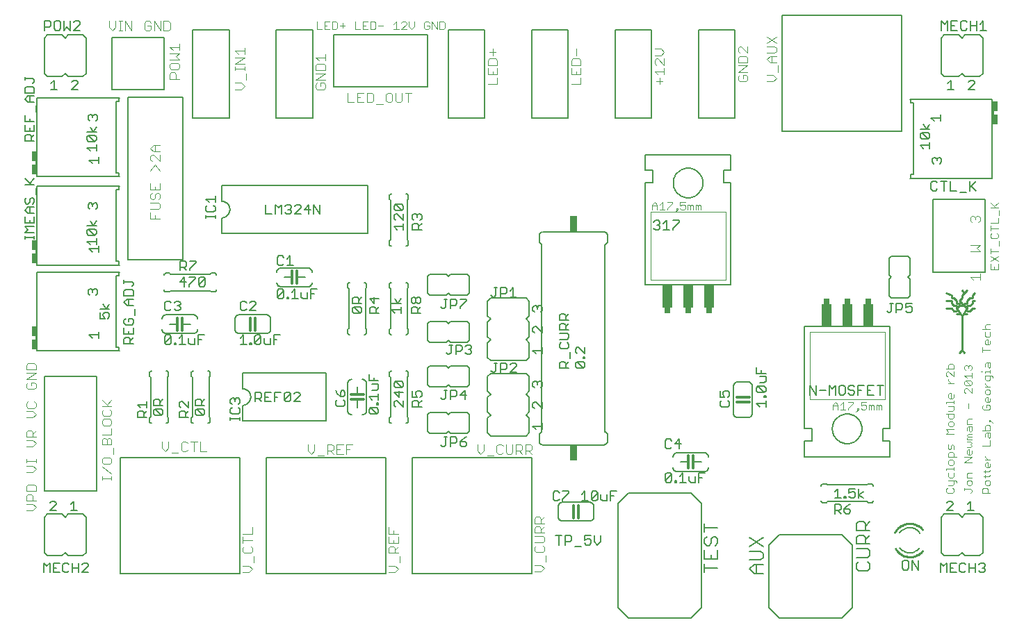
<source format=gto>
G75*
G70*
%OFA0B0*%
%FSLAX24Y24*%
%IPPOS*%
%LPD*%
%AMOC8*
5,1,8,0,0,1.08239X$1,22.5*
%
%ADD10C,0.0100*%
%ADD11C,0.0030*%
%ADD12C,0.0040*%
%ADD13C,0.0060*%
%ADD14C,0.0050*%
%ADD15R,0.0320X0.0760*%
%ADD16C,0.0120*%
%ADD17C,0.0080*%
%ADD18C,0.0070*%
%ADD19R,0.0250X0.0500*%
%ADD20R,0.0100X0.0200*%
%ADD21C,0.0020*%
%ADD22R,0.0300X0.0250*%
%ADD23R,0.0500X0.1100*%
D10*
X044503Y004051D02*
X044533Y004003D01*
X044566Y003958D01*
X044602Y003915D01*
X044640Y003874D01*
X044682Y003837D01*
X044726Y003802D01*
X044772Y003771D01*
X044821Y003742D01*
X044871Y003718D01*
X044923Y003697D01*
X044977Y003679D01*
X045031Y003666D01*
X045086Y003656D01*
X045142Y003650D01*
X045198Y003648D01*
X044492Y004824D02*
X044519Y004871D01*
X044549Y004916D01*
X044582Y004959D01*
X044618Y004999D01*
X044657Y005037D01*
X044698Y005072D01*
X044741Y005105D01*
X044786Y005134D01*
X044834Y005160D01*
X044883Y005183D01*
X044933Y005203D01*
X044984Y005219D01*
X045037Y005232D01*
X045090Y005241D01*
X045144Y005246D01*
X045198Y005248D01*
X045809Y003931D02*
X045773Y003892D01*
X045734Y003854D01*
X045694Y003820D01*
X045651Y003788D01*
X045606Y003760D01*
X045559Y003734D01*
X045510Y003711D01*
X045460Y003692D01*
X045409Y003676D01*
X045357Y003664D01*
X045305Y003655D01*
X045251Y003650D01*
X045198Y003648D01*
X045813Y004960D02*
X045777Y005000D01*
X045738Y005038D01*
X045697Y005073D01*
X045654Y005105D01*
X045609Y005135D01*
X045562Y005161D01*
X045513Y005183D01*
X045462Y005203D01*
X045411Y005219D01*
X045359Y005232D01*
X045305Y005241D01*
X045252Y005246D01*
X045198Y005248D01*
X047573Y013448D02*
X047698Y013573D01*
X047823Y013448D01*
X047698Y013573D02*
X047698Y015198D01*
X047448Y015573D01*
X047448Y015698D01*
X047323Y015698D01*
X047198Y015823D01*
X047198Y015948D01*
X046948Y015948D01*
X047198Y016073D02*
X047198Y016198D01*
X046948Y016323D01*
X047198Y016073D02*
X047323Y016073D01*
X047448Y015948D01*
X047448Y015823D01*
X047573Y015823D01*
X047573Y015698D01*
X047698Y015698D01*
X047698Y015823D01*
X047573Y015948D01*
X047698Y016073D01*
X047698Y016198D01*
X047823Y016323D01*
X047948Y016448D01*
X047823Y016323D02*
X047698Y016448D01*
X048073Y016073D02*
X048198Y016073D01*
X048198Y016198D01*
X048323Y016323D01*
X048073Y016073D02*
X047948Y015948D01*
X047948Y015823D01*
X047823Y015823D01*
X047823Y015698D01*
X047948Y015573D01*
X047948Y015698D01*
X048073Y015698D01*
X048198Y015823D01*
X048198Y015948D01*
X048323Y015948D01*
X048323Y015573D02*
X048198Y015573D01*
X048073Y015448D01*
X047948Y015448D01*
X047948Y015323D02*
X047823Y015323D01*
X047698Y015198D02*
X047948Y015573D01*
X047823Y015698D02*
X047698Y015698D01*
X047573Y015698D02*
X047448Y015573D01*
X047448Y015448D02*
X047323Y015448D01*
X047198Y015573D01*
X046948Y015573D01*
X047448Y015323D02*
X047573Y015323D01*
D11*
X048688Y014571D02*
X049058Y014571D01*
X049058Y014449D02*
X049058Y014264D01*
X048997Y014203D01*
X048873Y014203D01*
X048812Y014264D01*
X048812Y014449D01*
X048873Y014571D02*
X048812Y014633D01*
X048812Y014756D01*
X048873Y014818D01*
X049058Y014818D01*
X048935Y014081D02*
X048935Y013834D01*
X048997Y013834D02*
X048873Y013834D01*
X048812Y013896D01*
X048812Y014019D01*
X048873Y014081D01*
X048935Y014081D01*
X049058Y014019D02*
X049058Y013896D01*
X048997Y013834D01*
X049058Y013589D02*
X048688Y013589D01*
X048688Y013466D02*
X048688Y013713D01*
X048873Y012976D02*
X049058Y012976D01*
X049058Y012791D01*
X048997Y012729D01*
X048935Y012791D01*
X048935Y012976D01*
X048873Y012976D02*
X048812Y012914D01*
X048812Y012791D01*
X048812Y012545D02*
X049058Y012545D01*
X049058Y012484D02*
X049058Y012607D01*
X049058Y012362D02*
X049058Y012177D01*
X048997Y012115D01*
X048873Y012115D01*
X048812Y012177D01*
X048812Y012362D01*
X049120Y012362D01*
X049182Y012301D01*
X049182Y012239D01*
X048812Y012484D02*
X048812Y012545D01*
X048688Y012545D02*
X048626Y012545D01*
X048183Y012485D02*
X048183Y012238D01*
X048183Y012362D02*
X047813Y012362D01*
X047937Y012238D01*
X047875Y012117D02*
X048122Y011870D01*
X048183Y011932D01*
X048183Y012055D01*
X048122Y012117D01*
X047875Y012117D01*
X047813Y012055D01*
X047813Y011932D01*
X047875Y011870D01*
X048122Y011870D01*
X048183Y011748D02*
X048183Y011502D01*
X047937Y011748D01*
X047875Y011748D01*
X047813Y011687D01*
X047813Y011563D01*
X047875Y011502D01*
X047308Y011441D02*
X047308Y011318D01*
X047247Y011256D01*
X047123Y011256D01*
X047062Y011318D01*
X047062Y011441D01*
X047123Y011503D01*
X047185Y011503D01*
X047185Y011256D01*
X047308Y011134D02*
X047308Y011010D01*
X047308Y011072D02*
X046938Y011072D01*
X046938Y011010D01*
X047062Y010889D02*
X047308Y010889D01*
X047308Y010704D01*
X047247Y010642D01*
X047062Y010642D01*
X047062Y010521D02*
X047062Y010336D01*
X047123Y010274D01*
X047247Y010274D01*
X047308Y010336D01*
X047308Y010521D01*
X046938Y010521D01*
X047123Y010152D02*
X047062Y010091D01*
X047062Y009967D01*
X047123Y009906D01*
X047247Y009906D01*
X047308Y009967D01*
X047308Y010091D01*
X047247Y010152D01*
X047123Y010152D01*
X046938Y009784D02*
X047308Y009784D01*
X047308Y009537D02*
X046938Y009537D01*
X047062Y009661D01*
X046938Y009784D01*
X047937Y009845D02*
X047998Y009907D01*
X048183Y009907D01*
X048183Y009722D01*
X048122Y009660D01*
X048060Y009722D01*
X048060Y009907D01*
X047937Y009845D02*
X047937Y009722D01*
X047998Y009539D02*
X048183Y009539D01*
X048183Y009415D02*
X047998Y009415D01*
X047937Y009477D01*
X047998Y009539D01*
X047998Y009415D02*
X047937Y009353D01*
X047937Y009292D01*
X048183Y009292D01*
X048122Y009170D02*
X047937Y009170D01*
X048122Y009170D02*
X048183Y009108D01*
X048122Y009047D01*
X048183Y008985D01*
X048122Y008923D01*
X047937Y008923D01*
X047998Y008802D02*
X048060Y008802D01*
X048060Y008555D01*
X048122Y008555D02*
X047998Y008555D01*
X047937Y008617D01*
X047937Y008740D01*
X047998Y008802D01*
X048183Y008740D02*
X048183Y008617D01*
X048122Y008555D01*
X048183Y008434D02*
X047813Y008434D01*
X047813Y008187D02*
X048183Y008434D01*
X048183Y008187D02*
X047813Y008187D01*
X047432Y008432D02*
X047062Y008432D01*
X047062Y008617D01*
X047123Y008679D01*
X047247Y008679D01*
X047308Y008617D01*
X047308Y008432D01*
X047247Y008311D02*
X047123Y008311D01*
X047062Y008249D01*
X047062Y008126D01*
X047123Y008064D01*
X047247Y008064D01*
X047308Y008126D01*
X047308Y008249D01*
X047247Y008311D01*
X047308Y007942D02*
X047308Y007818D01*
X047308Y007880D02*
X046938Y007880D01*
X046938Y007818D01*
X047062Y007697D02*
X047062Y007512D01*
X047123Y007450D01*
X047247Y007450D01*
X047308Y007512D01*
X047308Y007697D01*
X047308Y007329D02*
X047308Y007143D01*
X047247Y007082D01*
X047062Y007082D01*
X047000Y006960D02*
X046938Y006899D01*
X046938Y006775D01*
X047000Y006713D01*
X047247Y006713D01*
X047308Y006775D01*
X047308Y006899D01*
X047247Y006960D01*
X047432Y007205D02*
X047432Y007267D01*
X047370Y007329D01*
X047062Y007329D01*
X047813Y006960D02*
X047813Y006837D01*
X047813Y006899D02*
X048122Y006899D01*
X048183Y006837D01*
X048183Y006775D01*
X048122Y006713D01*
X048122Y007082D02*
X048183Y007143D01*
X048183Y007267D01*
X048122Y007329D01*
X047998Y007329D01*
X047937Y007267D01*
X047937Y007143D01*
X047998Y007082D01*
X048122Y007082D01*
X048183Y007450D02*
X047937Y007450D01*
X047937Y007635D01*
X047998Y007697D01*
X048183Y007697D01*
X048750Y007757D02*
X048997Y007757D01*
X049058Y007819D01*
X048997Y007941D02*
X048873Y007941D01*
X048812Y008003D01*
X048812Y008126D01*
X048873Y008188D01*
X048935Y008188D01*
X048935Y007941D01*
X048997Y007941D02*
X049058Y008003D01*
X049058Y008126D01*
X049058Y008309D02*
X048812Y008309D01*
X048935Y008309D02*
X048812Y008433D01*
X048812Y008495D01*
X048688Y008985D02*
X049058Y008985D01*
X049058Y009232D01*
X048997Y009353D02*
X048935Y009415D01*
X048935Y009600D01*
X048873Y009600D02*
X049058Y009600D01*
X049058Y009415D01*
X048997Y009353D01*
X048812Y009415D02*
X048812Y009538D01*
X048873Y009600D01*
X048812Y009721D02*
X048812Y009907D01*
X048873Y009968D01*
X048997Y009968D01*
X049058Y009907D01*
X049058Y009721D01*
X048688Y009721D01*
X048997Y010151D02*
X049058Y010151D01*
X049058Y010213D01*
X048997Y010213D01*
X048997Y010151D01*
X049058Y010213D02*
X049182Y010090D01*
X048997Y010704D02*
X049058Y010765D01*
X049058Y010889D01*
X048997Y010950D01*
X048873Y010950D01*
X048873Y010827D01*
X048750Y010950D02*
X048688Y010889D01*
X048688Y010765D01*
X048750Y010704D01*
X048997Y010704D01*
X048997Y011072D02*
X048873Y011072D01*
X048812Y011134D01*
X048812Y011257D01*
X048873Y011319D01*
X048935Y011319D01*
X048935Y011072D01*
X048997Y011072D02*
X049058Y011134D01*
X049058Y011257D01*
X048997Y011440D02*
X049058Y011502D01*
X049058Y011625D01*
X048997Y011687D01*
X048873Y011687D01*
X048812Y011625D01*
X048812Y011502D01*
X048873Y011440D01*
X048997Y011440D01*
X049058Y011808D02*
X048812Y011808D01*
X048935Y011808D02*
X048812Y011932D01*
X048812Y011994D01*
X048183Y012668D02*
X048122Y012606D01*
X048183Y012668D02*
X048183Y012792D01*
X048122Y012853D01*
X048060Y012853D01*
X047998Y012792D01*
X047998Y012730D01*
X047998Y012792D02*
X047937Y012853D01*
X047875Y012853D01*
X047813Y012792D01*
X047813Y012668D01*
X047875Y012606D01*
X047308Y012546D02*
X047308Y012300D01*
X047062Y012546D01*
X047000Y012546D01*
X046938Y012485D01*
X046938Y012361D01*
X047000Y012300D01*
X047062Y012178D02*
X047062Y012116D01*
X047185Y011993D01*
X047308Y011993D02*
X047062Y011993D01*
X047062Y012668D02*
X047062Y012853D01*
X047123Y012915D01*
X047247Y012915D01*
X047308Y012853D01*
X047308Y012668D01*
X046938Y012668D01*
X047998Y011012D02*
X047998Y010765D01*
X047998Y010275D02*
X048183Y010275D01*
X047998Y010275D02*
X047937Y010213D01*
X047937Y010028D01*
X048183Y010028D01*
X047247Y009047D02*
X047185Y008986D01*
X047185Y008862D01*
X047123Y008801D01*
X047062Y008862D01*
X047062Y009047D01*
X047247Y009047D02*
X047308Y008986D01*
X047308Y008801D01*
X048812Y007819D02*
X048812Y007696D01*
X048812Y007574D02*
X048812Y007450D01*
X048750Y007512D02*
X048997Y007512D01*
X049058Y007574D01*
X048997Y007329D02*
X048873Y007329D01*
X048812Y007267D01*
X048812Y007143D01*
X048873Y007082D01*
X048997Y007082D01*
X049058Y007143D01*
X049058Y007267D01*
X048997Y007329D01*
X048873Y006960D02*
X048935Y006899D01*
X048935Y006713D01*
X049058Y006713D02*
X048688Y006713D01*
X048688Y006899D01*
X048750Y006960D01*
X048873Y006960D01*
X049063Y017463D02*
X049433Y017463D01*
X049433Y017710D01*
X049433Y017832D02*
X049063Y018079D01*
X049063Y018200D02*
X049063Y018447D01*
X049063Y018324D02*
X049433Y018324D01*
X049433Y018079D02*
X049063Y017832D01*
X049063Y017710D02*
X049063Y017463D01*
X049248Y017463D02*
X049248Y017587D01*
X049495Y018568D02*
X049495Y018815D01*
X049372Y018937D02*
X049433Y018998D01*
X049433Y019122D01*
X049372Y019184D01*
X049125Y019184D02*
X049063Y019122D01*
X049063Y018998D01*
X049125Y018937D01*
X049372Y018937D01*
X049063Y019305D02*
X049063Y019552D01*
X049063Y019673D02*
X049433Y019673D01*
X049433Y019920D01*
X049495Y020042D02*
X049495Y020289D01*
X049433Y020410D02*
X049063Y020410D01*
X049248Y020472D02*
X049433Y020657D01*
X049310Y020410D02*
X049063Y020657D01*
X049063Y019428D02*
X049433Y019428D01*
X022908Y029040D02*
X022908Y029287D01*
X022847Y029349D01*
X022661Y029349D01*
X022661Y028978D01*
X022847Y028978D01*
X022908Y029040D01*
X022540Y028978D02*
X022540Y029349D01*
X022293Y029349D02*
X022293Y028978D01*
X022172Y029040D02*
X022172Y029164D01*
X022048Y029164D01*
X021925Y029287D02*
X021925Y029040D01*
X021987Y028978D01*
X022110Y028978D01*
X022172Y029040D01*
X022172Y029287D02*
X022110Y029349D01*
X021987Y029349D01*
X021925Y029287D01*
X022293Y029349D02*
X022540Y028978D01*
X021435Y029102D02*
X021435Y029349D01*
X021188Y029349D02*
X021188Y029102D01*
X021312Y028978D01*
X021435Y029102D01*
X021067Y029225D02*
X021067Y029287D01*
X021005Y029349D01*
X020882Y029349D01*
X020820Y029287D01*
X020575Y029349D02*
X020575Y028978D01*
X020452Y028978D02*
X020698Y028978D01*
X020820Y028978D02*
X021067Y029225D01*
X021067Y028978D02*
X020820Y028978D01*
X020452Y029225D02*
X020575Y029349D01*
X019962Y029164D02*
X019715Y029164D01*
X019593Y029287D02*
X019532Y029349D01*
X019347Y029349D01*
X019347Y028978D01*
X019532Y028978D01*
X019593Y029040D01*
X019593Y029287D01*
X019225Y029349D02*
X018978Y029349D01*
X018978Y028978D01*
X019225Y028978D01*
X019102Y029164D02*
X018978Y029164D01*
X018857Y028978D02*
X018610Y028978D01*
X018610Y029349D01*
X018120Y029164D02*
X017873Y029164D01*
X017752Y029287D02*
X017752Y029040D01*
X017690Y028978D01*
X017505Y028978D01*
X017505Y029349D01*
X017690Y029349D01*
X017752Y029287D01*
X017997Y029287D02*
X017997Y029040D01*
X017384Y028978D02*
X017137Y028978D01*
X017137Y029349D01*
X017384Y029349D01*
X017260Y029164D02*
X017137Y029164D01*
X017015Y028978D02*
X016768Y028978D01*
X016768Y029349D01*
D12*
X017178Y027782D02*
X017178Y027475D01*
X017178Y027628D02*
X016718Y027628D01*
X016871Y027475D01*
X016795Y027321D02*
X016718Y027244D01*
X016718Y027014D01*
X017178Y027014D01*
X017178Y027244D01*
X017102Y027321D01*
X016795Y027321D01*
X016718Y026861D02*
X017178Y026861D01*
X016718Y026554D01*
X017178Y026554D01*
X017102Y026400D02*
X016948Y026400D01*
X016948Y026247D01*
X016795Y026400D02*
X016718Y026324D01*
X016718Y026170D01*
X016795Y026093D01*
X017102Y026093D01*
X017178Y026170D01*
X017178Y026324D01*
X017102Y026400D01*
X018246Y025929D02*
X018246Y025468D01*
X018553Y025468D01*
X018706Y025468D02*
X019013Y025468D01*
X019166Y025468D02*
X019397Y025468D01*
X019473Y025545D01*
X019473Y025852D01*
X019397Y025929D01*
X019166Y025929D01*
X019166Y025468D01*
X018860Y025699D02*
X018706Y025699D01*
X018706Y025929D02*
X018706Y025468D01*
X018706Y025929D02*
X019013Y025929D01*
X019627Y025392D02*
X019934Y025392D01*
X020087Y025545D02*
X020164Y025468D01*
X020317Y025468D01*
X020394Y025545D01*
X020394Y025852D01*
X020317Y025929D01*
X020164Y025929D01*
X020087Y025852D01*
X020087Y025545D01*
X020548Y025545D02*
X020624Y025468D01*
X020778Y025468D01*
X020855Y025545D01*
X020855Y025929D01*
X021008Y025929D02*
X021315Y025929D01*
X021161Y025929D02*
X021161Y025468D01*
X020548Y025545D02*
X020548Y025929D01*
X024968Y026343D02*
X025428Y026343D01*
X025428Y026650D01*
X025428Y026804D02*
X025428Y027111D01*
X025428Y027264D02*
X024968Y027264D01*
X024968Y027494D01*
X025045Y027571D01*
X025352Y027571D01*
X025428Y027494D01*
X025428Y027264D01*
X025198Y026957D02*
X025198Y026804D01*
X024968Y026804D02*
X025428Y026804D01*
X024968Y026804D02*
X024968Y027111D01*
X025198Y027725D02*
X025198Y028032D01*
X025045Y027878D02*
X025352Y027878D01*
X028968Y027494D02*
X028968Y027264D01*
X029428Y027264D01*
X029428Y027494D01*
X029352Y027571D01*
X029045Y027571D01*
X028968Y027494D01*
X029198Y027725D02*
X029198Y028032D01*
X028968Y027111D02*
X028968Y026804D01*
X029428Y026804D01*
X029428Y027111D01*
X029198Y026957D02*
X029198Y026804D01*
X029428Y026650D02*
X029428Y026343D01*
X028968Y026343D01*
X032968Y026957D02*
X033428Y026957D01*
X033428Y026804D02*
X033428Y027111D01*
X033428Y027264D02*
X033121Y027571D01*
X033045Y027571D01*
X032968Y027494D01*
X032968Y027341D01*
X033045Y027264D01*
X032968Y026957D02*
X033121Y026804D01*
X033198Y026650D02*
X033198Y026343D01*
X033045Y026497D02*
X033352Y026497D01*
X033428Y027264D02*
X033428Y027571D01*
X033275Y027725D02*
X033428Y027878D01*
X033275Y028032D01*
X032968Y028032D01*
X032968Y027725D02*
X033275Y027725D01*
X036968Y027619D02*
X036968Y027389D01*
X037428Y027389D01*
X037428Y027619D01*
X037352Y027696D01*
X037045Y027696D01*
X036968Y027619D01*
X037045Y027850D02*
X036968Y027926D01*
X036968Y028080D01*
X037045Y028157D01*
X037121Y028157D01*
X037428Y027850D01*
X037428Y028157D01*
X038343Y028157D02*
X038727Y028157D01*
X038803Y028080D01*
X038803Y027926D01*
X038727Y027850D01*
X038343Y027850D01*
X038496Y027696D02*
X038803Y027696D01*
X038573Y027696D02*
X038573Y027389D01*
X038496Y027389D02*
X038343Y027543D01*
X038496Y027696D01*
X038496Y027389D02*
X038803Y027389D01*
X038880Y027236D02*
X038880Y026929D01*
X038650Y026775D02*
X038343Y026775D01*
X038343Y026468D02*
X038650Y026468D01*
X038803Y026622D01*
X038650Y026775D01*
X037428Y026699D02*
X037428Y026545D01*
X037352Y026468D01*
X037045Y026468D01*
X036968Y026545D01*
X036968Y026699D01*
X037045Y026775D01*
X037198Y026775D02*
X037198Y026622D01*
X037198Y026775D02*
X037352Y026775D01*
X037428Y026699D01*
X037428Y026929D02*
X036968Y026929D01*
X037428Y027236D01*
X036968Y027236D01*
X038343Y028310D02*
X038803Y028617D01*
X038803Y028310D02*
X038343Y028617D01*
X035111Y020559D02*
X035051Y020499D01*
X035051Y020318D01*
X035171Y020318D02*
X035171Y020499D01*
X035111Y020559D01*
X035051Y020499D02*
X034991Y020559D01*
X034931Y020559D01*
X034931Y020318D01*
X034802Y020318D02*
X034802Y020499D01*
X034742Y020559D01*
X034682Y020499D01*
X034682Y020318D01*
X034562Y020318D02*
X034562Y020559D01*
X034622Y020559D01*
X034682Y020499D01*
X034434Y020499D02*
X034434Y020379D01*
X034374Y020318D01*
X034254Y020318D01*
X034194Y020379D01*
X034194Y020499D02*
X034314Y020559D01*
X034374Y020559D01*
X034434Y020499D01*
X034434Y020679D02*
X034194Y020679D01*
X034194Y020499D01*
X034068Y020379D02*
X034008Y020379D01*
X034008Y020318D01*
X034068Y020318D01*
X034068Y020379D01*
X034068Y020318D02*
X033948Y020198D01*
X033580Y020318D02*
X033580Y020379D01*
X033820Y020619D01*
X033820Y020679D01*
X033580Y020679D01*
X033332Y020679D02*
X033332Y020318D01*
X033212Y020318D02*
X033452Y020318D01*
X033212Y020559D02*
X033332Y020679D01*
X033084Y020559D02*
X033084Y020318D01*
X033084Y020499D02*
X032843Y020499D01*
X032843Y020559D02*
X032964Y020679D01*
X033084Y020559D01*
X032843Y020559D02*
X032843Y020318D01*
X041633Y011079D02*
X041753Y010959D01*
X041753Y010718D01*
X041881Y010718D02*
X042122Y010718D01*
X042001Y010718D02*
X042001Y011079D01*
X041881Y010959D01*
X041753Y010899D02*
X041513Y010899D01*
X041513Y010959D02*
X041633Y011079D01*
X041513Y010959D02*
X041513Y010718D01*
X042250Y010718D02*
X042250Y010779D01*
X042490Y011019D01*
X042490Y011079D01*
X042250Y011079D01*
X042678Y010779D02*
X042678Y010718D01*
X042738Y010718D01*
X042738Y010779D01*
X042678Y010779D01*
X042738Y010718D02*
X042618Y010598D01*
X042863Y010779D02*
X042924Y010718D01*
X043044Y010718D01*
X043104Y010779D01*
X043104Y010899D01*
X043044Y010959D01*
X042984Y010959D01*
X042863Y010899D01*
X042863Y011079D01*
X043104Y011079D01*
X043232Y010959D02*
X043292Y010959D01*
X043352Y010899D01*
X043412Y010959D01*
X043472Y010899D01*
X043472Y010718D01*
X043352Y010718D02*
X043352Y010899D01*
X043232Y010959D02*
X043232Y010718D01*
X043600Y010718D02*
X043600Y010959D01*
X043660Y010959D01*
X043720Y010899D01*
X043780Y010959D01*
X043840Y010899D01*
X043840Y010718D01*
X043720Y010718D02*
X043720Y010899D01*
X048261Y016941D02*
X048108Y017094D01*
X048568Y017094D01*
X048568Y016941D02*
X048568Y017248D01*
X048568Y018322D02*
X048108Y018322D01*
X048108Y018629D02*
X048568Y018629D01*
X048415Y018475D01*
X048568Y018322D01*
X048492Y019703D02*
X048568Y019780D01*
X048568Y019933D01*
X048492Y020010D01*
X048415Y020010D01*
X048338Y019933D01*
X048338Y019857D01*
X048338Y019933D02*
X048261Y020010D01*
X048185Y020010D01*
X048108Y019933D01*
X048108Y019780D01*
X048185Y019703D01*
X027077Y008977D02*
X027077Y008824D01*
X027001Y008747D01*
X026770Y008747D01*
X026770Y008593D02*
X026770Y009054D01*
X027001Y009054D01*
X027077Y008977D01*
X026924Y008747D02*
X027077Y008593D01*
X026617Y008593D02*
X026463Y008747D01*
X026540Y008747D02*
X026310Y008747D01*
X026310Y008593D02*
X026310Y009054D01*
X026540Y009054D01*
X026617Y008977D01*
X026617Y008824D01*
X026540Y008747D01*
X026157Y008670D02*
X026157Y009054D01*
X025850Y009054D02*
X025850Y008670D01*
X025926Y008593D01*
X026080Y008593D01*
X026157Y008670D01*
X025696Y008670D02*
X025619Y008593D01*
X025466Y008593D01*
X025389Y008670D01*
X025389Y008977D01*
X025466Y009054D01*
X025619Y009054D01*
X025696Y008977D01*
X025236Y008517D02*
X024929Y008517D01*
X024775Y008747D02*
X024775Y009054D01*
X024468Y009054D02*
X024468Y008747D01*
X024622Y008593D01*
X024775Y008747D01*
X027295Y005565D02*
X027448Y005565D01*
X027525Y005488D01*
X027525Y005258D01*
X027678Y005258D02*
X027218Y005258D01*
X027218Y005488D01*
X027295Y005565D01*
X027525Y005412D02*
X027678Y005565D01*
X027678Y005105D02*
X027525Y004951D01*
X027525Y005028D02*
X027525Y004798D01*
X027678Y004798D02*
X027218Y004798D01*
X027218Y005028D01*
X027295Y005105D01*
X027448Y005105D01*
X027525Y005028D01*
X027602Y004644D02*
X027218Y004644D01*
X027218Y004337D02*
X027602Y004337D01*
X027678Y004414D01*
X027678Y004567D01*
X027602Y004644D01*
X027602Y004184D02*
X027678Y004107D01*
X027678Y003954D01*
X027602Y003877D01*
X027295Y003877D01*
X027218Y003954D01*
X027218Y004107D01*
X027295Y004184D01*
X027755Y003723D02*
X027755Y003416D01*
X027525Y003263D02*
X027218Y003263D01*
X027218Y002956D02*
X027525Y002956D01*
X027678Y003110D01*
X027525Y003263D01*
X020755Y003377D02*
X020755Y003684D01*
X020678Y003837D02*
X020218Y003837D01*
X020218Y004067D01*
X020295Y004144D01*
X020448Y004144D01*
X020525Y004067D01*
X020525Y003837D01*
X020525Y003991D02*
X020678Y004144D01*
X020678Y004298D02*
X020218Y004298D01*
X020218Y004605D01*
X020218Y004758D02*
X020218Y005065D01*
X020448Y004912D02*
X020448Y004758D01*
X020678Y004758D02*
X020218Y004758D01*
X020448Y004451D02*
X020448Y004298D01*
X020678Y004298D02*
X020678Y004605D01*
X020525Y003223D02*
X020218Y003223D01*
X020218Y002916D02*
X020525Y002916D01*
X020678Y003070D01*
X020525Y003223D01*
X013755Y003377D02*
X013755Y003684D01*
X013602Y003837D02*
X013678Y003914D01*
X013678Y004067D01*
X013602Y004144D01*
X013602Y003837D02*
X013295Y003837D01*
X013218Y003914D01*
X013218Y004067D01*
X013295Y004144D01*
X013218Y004298D02*
X013218Y004605D01*
X013218Y004758D02*
X013678Y004758D01*
X013678Y005065D01*
X013678Y004451D02*
X013218Y004451D01*
X013218Y003223D02*
X013525Y003223D01*
X013678Y003070D01*
X013525Y002916D01*
X013218Y002916D01*
X006928Y007353D02*
X006928Y007507D01*
X006928Y007430D02*
X006468Y007430D01*
X006468Y007353D02*
X006468Y007507D01*
X006468Y007967D02*
X006928Y007660D01*
X006852Y008121D02*
X006545Y008121D01*
X006468Y008197D01*
X006468Y008351D01*
X006545Y008428D01*
X006852Y008428D01*
X006928Y008351D01*
X006928Y008197D01*
X006852Y008121D01*
X007005Y008581D02*
X007005Y008888D01*
X006928Y009041D02*
X006928Y009272D01*
X006852Y009348D01*
X006775Y009348D01*
X006698Y009272D01*
X006698Y009041D01*
X006468Y009041D02*
X006468Y009272D01*
X006545Y009348D01*
X006621Y009348D01*
X006698Y009272D01*
X006468Y009502D02*
X006928Y009502D01*
X006928Y009809D01*
X006852Y009962D02*
X006928Y010039D01*
X006928Y010192D01*
X006852Y010269D01*
X006545Y010269D01*
X006468Y010192D01*
X006468Y010039D01*
X006545Y009962D01*
X006852Y009962D01*
X006852Y010423D02*
X006545Y010423D01*
X006468Y010499D01*
X006468Y010653D01*
X006545Y010730D01*
X006468Y010883D02*
X006928Y010883D01*
X006775Y010883D02*
X006468Y011190D01*
X006698Y010960D02*
X006928Y011190D01*
X006852Y010730D02*
X006928Y010653D01*
X006928Y010499D01*
X006852Y010423D01*
X009343Y009179D02*
X009343Y008872D01*
X009497Y008718D01*
X009650Y008872D01*
X009650Y009179D01*
X010264Y009102D02*
X010264Y008795D01*
X010341Y008718D01*
X010494Y008718D01*
X010571Y008795D01*
X010571Y009102D02*
X010494Y009179D01*
X010341Y009179D01*
X010264Y009102D01*
X010725Y009179D02*
X011032Y009179D01*
X011185Y009179D02*
X011185Y008718D01*
X011492Y008718D01*
X010878Y008718D02*
X010878Y009179D01*
X010111Y008642D02*
X009804Y008642D01*
X006928Y009041D02*
X006468Y009041D01*
X003303Y009103D02*
X003150Y008950D01*
X002843Y008950D01*
X002843Y009257D02*
X003150Y009257D01*
X003303Y009103D01*
X003303Y009410D02*
X002843Y009410D01*
X002843Y009640D01*
X002920Y009717D01*
X003073Y009717D01*
X003150Y009640D01*
X003150Y009410D01*
X003150Y009564D02*
X003303Y009717D01*
X003150Y010331D02*
X002843Y010331D01*
X003150Y010331D02*
X003303Y010485D01*
X003150Y010638D01*
X002843Y010638D01*
X002920Y010791D02*
X003227Y010791D01*
X003303Y010868D01*
X003303Y011022D01*
X003227Y011098D01*
X002920Y011098D02*
X002843Y011022D01*
X002843Y010868D01*
X002920Y010791D01*
X002920Y011712D02*
X003227Y011712D01*
X003303Y011789D01*
X003303Y011942D01*
X003227Y012019D01*
X003073Y012019D01*
X003073Y011866D01*
X002920Y012019D02*
X002843Y011942D01*
X002843Y011789D01*
X002920Y011712D01*
X002843Y012173D02*
X003303Y012480D01*
X002843Y012480D01*
X002843Y012633D02*
X002843Y012863D01*
X002920Y012940D01*
X003227Y012940D01*
X003303Y012863D01*
X003303Y012633D01*
X002843Y012633D01*
X002843Y012173D02*
X003303Y012173D01*
X003303Y008336D02*
X003303Y008183D01*
X003303Y008259D02*
X002843Y008259D01*
X002843Y008183D02*
X002843Y008336D01*
X002843Y008029D02*
X003150Y008029D01*
X003303Y007876D01*
X003150Y007722D01*
X002843Y007722D01*
X002920Y007108D02*
X002843Y007032D01*
X002843Y006801D01*
X003303Y006801D01*
X003303Y007032D01*
X003227Y007108D01*
X002920Y007108D01*
X002920Y006648D02*
X003073Y006648D01*
X003150Y006571D01*
X003150Y006341D01*
X003303Y006341D02*
X002843Y006341D01*
X002843Y006571D01*
X002920Y006648D01*
X002843Y006188D02*
X003150Y006188D01*
X003303Y006034D01*
X003150Y005881D01*
X002843Y005881D01*
X016343Y008747D02*
X016497Y008593D01*
X016650Y008747D01*
X016650Y009054D01*
X016343Y009054D02*
X016343Y008747D01*
X016804Y008517D02*
X017111Y008517D01*
X017264Y008593D02*
X017264Y009054D01*
X017494Y009054D01*
X017571Y008977D01*
X017571Y008824D01*
X017494Y008747D01*
X017264Y008747D01*
X017418Y008747D02*
X017571Y008593D01*
X017725Y008593D02*
X018032Y008593D01*
X018185Y008593D02*
X018185Y009054D01*
X018492Y009054D01*
X018338Y008824D02*
X018185Y008824D01*
X018032Y009054D02*
X017725Y009054D01*
X017725Y008593D01*
X017725Y008824D02*
X017878Y008824D01*
X009253Y019885D02*
X008793Y019885D01*
X008793Y020192D01*
X008793Y020346D02*
X009177Y020346D01*
X009253Y020422D01*
X009253Y020576D01*
X009177Y020653D01*
X008793Y020653D01*
X008870Y020806D02*
X008946Y020806D01*
X009023Y020883D01*
X009023Y021036D01*
X009100Y021113D01*
X009177Y021113D01*
X009253Y021036D01*
X009253Y020883D01*
X009177Y020806D01*
X008870Y020806D02*
X008793Y020883D01*
X008793Y021036D01*
X008870Y021113D01*
X008793Y021266D02*
X009253Y021266D01*
X009253Y021573D01*
X009023Y021420D02*
X009023Y021266D01*
X008793Y021266D02*
X008793Y021573D01*
X008793Y022187D02*
X009023Y022494D01*
X009253Y022187D01*
X009253Y022648D02*
X008946Y022955D01*
X008870Y022955D01*
X008793Y022878D01*
X008793Y022724D01*
X008870Y022648D01*
X009253Y022648D02*
X009253Y022955D01*
X009253Y023108D02*
X008946Y023108D01*
X008793Y023262D01*
X008946Y023415D01*
X009253Y023415D01*
X009023Y023415D02*
X009023Y023108D01*
X012843Y026093D02*
X013150Y026093D01*
X013303Y026247D01*
X013150Y026400D01*
X012843Y026400D01*
X013380Y026554D02*
X013380Y026861D01*
X013303Y027014D02*
X013303Y027168D01*
X013303Y027091D02*
X012843Y027091D01*
X012843Y027014D02*
X012843Y027168D01*
X012843Y027321D02*
X013303Y027628D01*
X012843Y027628D01*
X012996Y027782D02*
X012843Y027935D01*
X013303Y027935D01*
X013303Y027782D02*
X013303Y028088D01*
X013303Y027321D02*
X012843Y027321D01*
X010178Y027284D02*
X010178Y027131D01*
X010102Y027054D01*
X009795Y027054D01*
X009718Y027131D01*
X009718Y027284D01*
X009795Y027361D01*
X010102Y027361D01*
X010178Y027284D01*
X010178Y027514D02*
X010025Y027668D01*
X010178Y027821D01*
X009718Y027821D01*
X009871Y027975D02*
X009718Y028128D01*
X010178Y028128D01*
X010178Y027975D02*
X010178Y028282D01*
X009658Y028913D02*
X009427Y028913D01*
X009427Y029374D01*
X009658Y029374D01*
X009734Y029297D01*
X009734Y028990D01*
X009658Y028913D01*
X009274Y028913D02*
X009274Y029374D01*
X008967Y029374D02*
X009274Y028913D01*
X008967Y028913D02*
X008967Y029374D01*
X008813Y029297D02*
X008737Y029374D01*
X008583Y029374D01*
X008507Y029297D01*
X008507Y028990D01*
X008583Y028913D01*
X008737Y028913D01*
X008813Y028990D01*
X008813Y029144D01*
X008660Y029144D01*
X007893Y029374D02*
X007893Y028913D01*
X007586Y029374D01*
X007586Y028913D01*
X007432Y028913D02*
X007279Y028913D01*
X007356Y028913D02*
X007356Y029374D01*
X007432Y029374D02*
X007279Y029374D01*
X007125Y029374D02*
X007125Y029067D01*
X006972Y028913D01*
X006818Y029067D01*
X006818Y029374D01*
X009718Y027514D02*
X010178Y027514D01*
X009948Y026900D02*
X010025Y026824D01*
X010025Y026593D01*
X010178Y026593D02*
X009718Y026593D01*
X009718Y026824D01*
X009795Y026900D01*
X009948Y026900D01*
X009023Y020039D02*
X009023Y019885D01*
D13*
X007292Y021266D02*
X007292Y021424D01*
X007300Y021446D02*
X003362Y021446D01*
X003362Y017662D01*
X007300Y017662D01*
X007292Y017684D02*
X007292Y017841D01*
X007134Y017841D01*
X007134Y021266D01*
X007292Y021266D01*
X007300Y021912D02*
X003362Y021912D01*
X003362Y025696D01*
X007300Y025696D01*
X007292Y025674D02*
X007292Y025516D01*
X007134Y025516D01*
X007134Y022091D01*
X007292Y022091D01*
X007292Y021934D01*
X012198Y021473D02*
X012198Y020723D01*
X012237Y020721D01*
X012276Y020715D01*
X012314Y020706D01*
X012351Y020693D01*
X012387Y020676D01*
X012420Y020656D01*
X012452Y020632D01*
X012481Y020606D01*
X012507Y020577D01*
X012531Y020545D01*
X012551Y020512D01*
X012568Y020476D01*
X012581Y020439D01*
X012590Y020401D01*
X012596Y020362D01*
X012598Y020323D01*
X012596Y020284D01*
X012590Y020245D01*
X012581Y020207D01*
X012568Y020170D01*
X012551Y020134D01*
X012531Y020101D01*
X012507Y020069D01*
X012481Y020040D01*
X012452Y020014D01*
X012420Y019990D01*
X012387Y019970D01*
X012351Y019953D01*
X012314Y019940D01*
X012276Y019931D01*
X012237Y019925D01*
X012198Y019923D01*
X012198Y019173D01*
X019198Y019173D01*
X019198Y021473D01*
X012198Y021473D01*
X015048Y017523D02*
X016348Y017523D01*
X016374Y017521D01*
X016400Y017516D01*
X016425Y017508D01*
X016448Y017496D01*
X016470Y017482D01*
X016489Y017464D01*
X016507Y017445D01*
X016521Y017423D01*
X016533Y017400D01*
X016541Y017375D01*
X016546Y017349D01*
X016548Y017323D01*
X016198Y017073D02*
X015828Y017073D01*
X015578Y017073D02*
X015198Y017073D01*
X014848Y016823D02*
X014850Y016797D01*
X014855Y016771D01*
X014863Y016746D01*
X014875Y016723D01*
X014889Y016701D01*
X014907Y016682D01*
X014926Y016664D01*
X014948Y016650D01*
X014971Y016638D01*
X014996Y016630D01*
X015022Y016625D01*
X015048Y016623D01*
X016348Y016623D01*
X016374Y016625D01*
X016400Y016630D01*
X016425Y016638D01*
X016448Y016650D01*
X016470Y016664D01*
X016489Y016682D01*
X016507Y016701D01*
X016521Y016723D01*
X016533Y016746D01*
X016541Y016771D01*
X016546Y016797D01*
X016548Y016823D01*
X015048Y017523D02*
X015022Y017521D01*
X014996Y017516D01*
X014971Y017508D01*
X014948Y017496D01*
X014926Y017482D01*
X014907Y017464D01*
X014889Y017445D01*
X014875Y017423D01*
X014863Y017400D01*
X014855Y017375D01*
X014850Y017349D01*
X014848Y017323D01*
X014348Y015273D02*
X013048Y015273D01*
X013022Y015271D01*
X012996Y015266D01*
X012971Y015258D01*
X012948Y015246D01*
X012926Y015232D01*
X012907Y015214D01*
X012889Y015195D01*
X012875Y015173D01*
X012863Y015150D01*
X012855Y015125D01*
X012850Y015099D01*
X012848Y015073D01*
X012848Y014573D01*
X012850Y014547D01*
X012855Y014521D01*
X012863Y014496D01*
X012875Y014473D01*
X012889Y014451D01*
X012907Y014432D01*
X012926Y014414D01*
X012948Y014400D01*
X012971Y014388D01*
X012996Y014380D01*
X013022Y014375D01*
X013048Y014373D01*
X014348Y014373D01*
X014374Y014375D01*
X014400Y014380D01*
X014425Y014388D01*
X014448Y014400D01*
X014470Y014414D01*
X014489Y014432D01*
X014507Y014451D01*
X014521Y014473D01*
X014533Y014496D01*
X014541Y014521D01*
X014546Y014547D01*
X014548Y014573D01*
X014548Y015073D01*
X014546Y015099D01*
X014541Y015125D01*
X014533Y015150D01*
X014521Y015173D01*
X014507Y015195D01*
X014489Y015214D01*
X014470Y015232D01*
X014448Y015246D01*
X014425Y015258D01*
X014400Y015266D01*
X014374Y015271D01*
X014348Y015273D01*
X011848Y016373D02*
X011698Y016373D01*
X011648Y016423D01*
X009748Y016423D01*
X009698Y016373D01*
X009548Y016373D01*
X009531Y016375D01*
X009514Y016379D01*
X009498Y016386D01*
X009484Y016396D01*
X009471Y016409D01*
X009461Y016423D01*
X009454Y016439D01*
X009450Y016456D01*
X009448Y016473D01*
X009448Y017173D02*
X009450Y017190D01*
X009454Y017207D01*
X009461Y017223D01*
X009471Y017237D01*
X009484Y017250D01*
X009498Y017260D01*
X009514Y017267D01*
X009531Y017271D01*
X009548Y017273D01*
X009698Y017273D01*
X009748Y017223D01*
X011648Y017223D01*
X011698Y017273D01*
X011848Y017273D01*
X011865Y017271D01*
X011882Y017267D01*
X011898Y017260D01*
X011912Y017250D01*
X011925Y017237D01*
X011935Y017223D01*
X011942Y017207D01*
X011946Y017190D01*
X011948Y017173D01*
X011948Y016473D02*
X011946Y016456D01*
X011942Y016439D01*
X011935Y016423D01*
X011925Y016409D01*
X011912Y016396D01*
X011898Y016386D01*
X011882Y016379D01*
X011865Y016375D01*
X011848Y016373D01*
X010848Y015273D02*
X009548Y015273D01*
X009522Y015271D01*
X009496Y015266D01*
X009471Y015258D01*
X009448Y015246D01*
X009426Y015232D01*
X009407Y015214D01*
X009389Y015195D01*
X009375Y015173D01*
X009363Y015150D01*
X009355Y015125D01*
X009350Y015099D01*
X009348Y015073D01*
X009698Y014823D02*
X010078Y014823D01*
X010328Y014823D02*
X010698Y014823D01*
X011048Y014573D02*
X011046Y014547D01*
X011041Y014521D01*
X011033Y014496D01*
X011021Y014473D01*
X011007Y014451D01*
X010989Y014432D01*
X010970Y014414D01*
X010948Y014400D01*
X010925Y014388D01*
X010900Y014380D01*
X010874Y014375D01*
X010848Y014373D01*
X009548Y014373D01*
X009522Y014375D01*
X009496Y014380D01*
X009471Y014388D01*
X009448Y014400D01*
X009426Y014414D01*
X009407Y014432D01*
X009389Y014451D01*
X009375Y014473D01*
X009363Y014496D01*
X009355Y014521D01*
X009350Y014547D01*
X009348Y014573D01*
X010848Y015273D02*
X010874Y015271D01*
X010900Y015266D01*
X010925Y015258D01*
X010948Y015246D01*
X010970Y015232D01*
X010989Y015214D01*
X011007Y015195D01*
X011021Y015173D01*
X011033Y015150D01*
X011041Y015125D01*
X011046Y015099D01*
X011048Y015073D01*
X010848Y012573D02*
X010831Y012571D01*
X010814Y012567D01*
X010798Y012560D01*
X010784Y012550D01*
X010771Y012537D01*
X010761Y012523D01*
X010754Y012507D01*
X010750Y012490D01*
X010748Y012473D01*
X010748Y012323D01*
X010798Y012273D01*
X010798Y010373D01*
X010748Y010323D01*
X010748Y010173D01*
X010750Y010156D01*
X010754Y010139D01*
X010761Y010123D01*
X010771Y010109D01*
X010784Y010096D01*
X010798Y010086D01*
X010814Y010079D01*
X010831Y010075D01*
X010848Y010073D01*
X011548Y010073D02*
X011565Y010075D01*
X011582Y010079D01*
X011598Y010086D01*
X011612Y010096D01*
X011625Y010109D01*
X011635Y010123D01*
X011642Y010139D01*
X011646Y010156D01*
X011648Y010173D01*
X011648Y010323D01*
X011598Y010373D01*
X011598Y012273D01*
X011648Y012323D01*
X011648Y012473D01*
X011646Y012490D01*
X011642Y012507D01*
X011635Y012523D01*
X011625Y012537D01*
X011612Y012550D01*
X011598Y012560D01*
X011582Y012567D01*
X011565Y012571D01*
X011548Y012573D01*
X013198Y012473D02*
X013198Y011723D01*
X013237Y011721D01*
X013276Y011715D01*
X013314Y011706D01*
X013351Y011693D01*
X013387Y011676D01*
X013420Y011656D01*
X013452Y011632D01*
X013481Y011606D01*
X013507Y011577D01*
X013531Y011545D01*
X013551Y011512D01*
X013568Y011476D01*
X013581Y011439D01*
X013590Y011401D01*
X013596Y011362D01*
X013598Y011323D01*
X013596Y011284D01*
X013590Y011245D01*
X013581Y011207D01*
X013568Y011170D01*
X013551Y011134D01*
X013531Y011101D01*
X013507Y011069D01*
X013481Y011040D01*
X013452Y011014D01*
X013420Y010990D01*
X013387Y010970D01*
X013351Y010953D01*
X013314Y010940D01*
X013276Y010931D01*
X013237Y010925D01*
X013198Y010923D01*
X013198Y010173D01*
X017198Y010173D01*
X017198Y012473D01*
X013198Y012473D01*
X009648Y012473D02*
X009648Y012323D01*
X009598Y012273D01*
X009598Y010373D01*
X009648Y010323D01*
X009648Y010173D01*
X009646Y010156D01*
X009642Y010139D01*
X009635Y010123D01*
X009625Y010109D01*
X009612Y010096D01*
X009598Y010086D01*
X009582Y010079D01*
X009565Y010075D01*
X009548Y010073D01*
X008848Y010073D02*
X008831Y010075D01*
X008814Y010079D01*
X008798Y010086D01*
X008784Y010096D01*
X008771Y010109D01*
X008761Y010123D01*
X008754Y010139D01*
X008750Y010156D01*
X008748Y010173D01*
X008748Y010323D01*
X008798Y010373D01*
X008798Y012273D01*
X008748Y012323D01*
X008748Y012473D01*
X008750Y012490D01*
X008754Y012507D01*
X008761Y012523D01*
X008771Y012537D01*
X008784Y012550D01*
X008798Y012560D01*
X008814Y012567D01*
X008831Y012571D01*
X008848Y012573D01*
X009548Y012573D02*
X009565Y012571D01*
X009582Y012567D01*
X009598Y012560D01*
X009612Y012550D01*
X009625Y012537D01*
X009635Y012523D01*
X009642Y012507D01*
X009646Y012490D01*
X009648Y012473D01*
X007300Y013537D02*
X003362Y013537D01*
X003362Y017321D01*
X007300Y017321D01*
X007292Y017299D02*
X007292Y017141D01*
X007134Y017141D01*
X007134Y013716D01*
X007292Y013716D01*
X007292Y013559D01*
X018248Y014423D02*
X018248Y014573D01*
X018298Y014623D01*
X018298Y016523D01*
X018248Y016573D01*
X018248Y016723D01*
X018250Y016740D01*
X018254Y016757D01*
X018261Y016773D01*
X018271Y016787D01*
X018284Y016800D01*
X018298Y016810D01*
X018314Y016817D01*
X018331Y016821D01*
X018348Y016823D01*
X019048Y016823D02*
X019065Y016821D01*
X019082Y016817D01*
X019098Y016810D01*
X019112Y016800D01*
X019125Y016787D01*
X019135Y016773D01*
X019142Y016757D01*
X019146Y016740D01*
X019148Y016723D01*
X019148Y016573D01*
X019098Y016523D01*
X019098Y014623D01*
X019148Y014573D01*
X019148Y014423D01*
X019146Y014406D01*
X019142Y014389D01*
X019135Y014373D01*
X019125Y014359D01*
X019112Y014346D01*
X019098Y014336D01*
X019082Y014329D01*
X019065Y014325D01*
X019048Y014323D01*
X018348Y014323D02*
X018331Y014325D01*
X018314Y014329D01*
X018298Y014336D01*
X018284Y014346D01*
X018271Y014359D01*
X018261Y014373D01*
X018254Y014389D01*
X018250Y014406D01*
X018248Y014423D01*
X020248Y014423D02*
X020248Y014573D01*
X020298Y014623D01*
X020298Y016523D01*
X020248Y016573D01*
X020248Y016723D01*
X020250Y016740D01*
X020254Y016757D01*
X020261Y016773D01*
X020271Y016787D01*
X020284Y016800D01*
X020298Y016810D01*
X020314Y016817D01*
X020331Y016821D01*
X020348Y016823D01*
X021048Y016823D02*
X021065Y016821D01*
X021082Y016817D01*
X021098Y016810D01*
X021112Y016800D01*
X021125Y016787D01*
X021135Y016773D01*
X021142Y016757D01*
X021146Y016740D01*
X021148Y016723D01*
X021148Y016573D01*
X021098Y016523D01*
X021098Y014623D01*
X021148Y014573D01*
X021148Y014423D01*
X021146Y014406D01*
X021142Y014389D01*
X021135Y014373D01*
X021125Y014359D01*
X021112Y014346D01*
X021098Y014336D01*
X021082Y014329D01*
X021065Y014325D01*
X021048Y014323D01*
X020348Y014323D02*
X020331Y014325D01*
X020314Y014329D01*
X020298Y014336D01*
X020284Y014346D01*
X020271Y014359D01*
X020261Y014373D01*
X020254Y014389D01*
X020250Y014406D01*
X020248Y014423D01*
X022073Y014048D02*
X022073Y014848D01*
X022173Y014948D01*
X022973Y014948D01*
X023073Y014848D01*
X023173Y014948D01*
X023973Y014948D01*
X024073Y014848D01*
X024073Y014048D01*
X023973Y013948D01*
X023173Y013948D01*
X023073Y014048D01*
X022973Y013948D01*
X022173Y013948D01*
X022073Y014048D01*
X022173Y012823D02*
X022973Y012823D01*
X023073Y012723D01*
X023173Y012823D01*
X023973Y012823D01*
X024073Y012723D01*
X024073Y011923D01*
X023973Y011823D01*
X023173Y011823D01*
X023073Y011923D01*
X022973Y011823D01*
X022173Y011823D01*
X022073Y011923D01*
X022073Y012723D01*
X022173Y012823D01*
X021148Y012473D02*
X021148Y012323D01*
X021098Y012273D01*
X021098Y010373D01*
X021148Y010323D01*
X021148Y010173D01*
X021146Y010156D01*
X021142Y010139D01*
X021135Y010123D01*
X021125Y010109D01*
X021112Y010096D01*
X021098Y010086D01*
X021082Y010079D01*
X021065Y010075D01*
X021048Y010073D01*
X020348Y010073D02*
X020331Y010075D01*
X020314Y010079D01*
X020298Y010086D01*
X020284Y010096D01*
X020271Y010109D01*
X020261Y010123D01*
X020254Y010139D01*
X020250Y010156D01*
X020248Y010173D01*
X020248Y010323D01*
X020298Y010373D01*
X020298Y012273D01*
X020248Y012323D01*
X020248Y012473D01*
X020250Y012490D01*
X020254Y012507D01*
X020261Y012523D01*
X020271Y012537D01*
X020284Y012550D01*
X020298Y012560D01*
X020314Y012567D01*
X020331Y012571D01*
X020348Y012573D01*
X021048Y012573D02*
X021065Y012571D01*
X021082Y012567D01*
X021098Y012560D01*
X021112Y012550D01*
X021125Y012537D01*
X021135Y012523D01*
X021142Y012507D01*
X021146Y012490D01*
X021148Y012473D01*
X019148Y011973D02*
X019148Y010673D01*
X019146Y010647D01*
X019141Y010621D01*
X019133Y010596D01*
X019121Y010573D01*
X019107Y010551D01*
X019089Y010532D01*
X019070Y010514D01*
X019048Y010500D01*
X019025Y010488D01*
X019000Y010480D01*
X018974Y010475D01*
X018948Y010473D01*
X018698Y010823D02*
X018698Y011203D01*
X018698Y011453D02*
X018698Y011823D01*
X018448Y012173D02*
X018422Y012171D01*
X018396Y012166D01*
X018371Y012158D01*
X018348Y012146D01*
X018326Y012132D01*
X018307Y012114D01*
X018289Y012095D01*
X018275Y012073D01*
X018263Y012050D01*
X018255Y012025D01*
X018250Y011999D01*
X018248Y011973D01*
X018248Y010673D01*
X018250Y010647D01*
X018255Y010621D01*
X018263Y010596D01*
X018275Y010573D01*
X018289Y010551D01*
X018307Y010532D01*
X018326Y010514D01*
X018348Y010500D01*
X018371Y010488D01*
X018396Y010480D01*
X018422Y010475D01*
X018448Y010473D01*
X019148Y011973D02*
X019146Y011999D01*
X019141Y012025D01*
X019133Y012050D01*
X019121Y012073D01*
X019107Y012095D01*
X019089Y012114D01*
X019070Y012132D01*
X019048Y012146D01*
X019025Y012158D01*
X019000Y012166D01*
X018974Y012171D01*
X018948Y012173D01*
X022073Y010473D02*
X022073Y009673D01*
X022173Y009573D01*
X022973Y009573D01*
X023073Y009673D01*
X023173Y009573D01*
X023973Y009573D01*
X024073Y009673D01*
X024073Y010473D01*
X023973Y010573D01*
X023173Y010573D01*
X023073Y010473D01*
X022973Y010573D01*
X022173Y010573D01*
X022073Y010473D01*
X024948Y010598D02*
X024948Y011298D01*
X025098Y011448D01*
X024948Y011598D01*
X024948Y012298D01*
X025098Y012448D01*
X026798Y012448D01*
X026948Y012298D01*
X026948Y011598D01*
X026798Y011448D01*
X026948Y011298D01*
X026948Y010598D01*
X026798Y010448D01*
X026948Y010298D01*
X026948Y009598D01*
X026798Y009448D01*
X025098Y009448D01*
X024948Y009598D01*
X024948Y010298D01*
X025098Y010448D01*
X024948Y010598D01*
X027440Y009542D02*
X027440Y009192D01*
X027442Y009169D01*
X027447Y009146D01*
X027456Y009124D01*
X027469Y009104D01*
X027484Y009086D01*
X027502Y009071D01*
X027522Y009058D01*
X027544Y009049D01*
X027567Y009044D01*
X027590Y009042D01*
X027440Y009542D02*
X027540Y009642D01*
X030556Y009042D02*
X030579Y009044D01*
X030602Y009049D01*
X030624Y009058D01*
X030644Y009071D01*
X030662Y009086D01*
X030677Y009104D01*
X030690Y009124D01*
X030699Y009146D01*
X030704Y009169D01*
X030706Y009192D01*
X030706Y009542D01*
X030606Y009642D01*
X034048Y008648D02*
X035348Y008648D01*
X035374Y008646D01*
X035400Y008641D01*
X035425Y008633D01*
X035448Y008621D01*
X035470Y008607D01*
X035489Y008589D01*
X035507Y008570D01*
X035521Y008548D01*
X035533Y008525D01*
X035541Y008500D01*
X035546Y008474D01*
X035548Y008448D01*
X035198Y008198D02*
X034828Y008198D01*
X034578Y008198D02*
X034198Y008198D01*
X033848Y007948D02*
X033850Y007922D01*
X033855Y007896D01*
X033863Y007871D01*
X033875Y007848D01*
X033889Y007826D01*
X033907Y007807D01*
X033926Y007789D01*
X033948Y007775D01*
X033971Y007763D01*
X033996Y007755D01*
X034022Y007750D01*
X034048Y007748D01*
X035348Y007748D01*
X035374Y007750D01*
X035400Y007755D01*
X035425Y007763D01*
X035448Y007775D01*
X035470Y007789D01*
X035489Y007807D01*
X035507Y007826D01*
X035521Y007848D01*
X035533Y007871D01*
X035541Y007896D01*
X035546Y007922D01*
X035548Y007948D01*
X034048Y008648D02*
X034022Y008646D01*
X033996Y008641D01*
X033971Y008633D01*
X033948Y008621D01*
X033926Y008607D01*
X033907Y008589D01*
X033889Y008570D01*
X033875Y008548D01*
X033863Y008525D01*
X033855Y008500D01*
X033850Y008474D01*
X033848Y008448D01*
X036748Y010548D02*
X036748Y011848D01*
X036750Y011874D01*
X036755Y011900D01*
X036763Y011925D01*
X036775Y011948D01*
X036789Y011970D01*
X036807Y011989D01*
X036826Y012007D01*
X036848Y012021D01*
X036871Y012033D01*
X036896Y012041D01*
X036922Y012046D01*
X036948Y012048D01*
X037448Y012048D01*
X037474Y012046D01*
X037500Y012041D01*
X037525Y012033D01*
X037548Y012021D01*
X037570Y012007D01*
X037589Y011989D01*
X037607Y011970D01*
X037621Y011948D01*
X037633Y011925D01*
X037641Y011900D01*
X037646Y011874D01*
X037648Y011848D01*
X037648Y010548D01*
X037646Y010522D01*
X037641Y010496D01*
X037633Y010471D01*
X037621Y010448D01*
X037607Y010426D01*
X037589Y010407D01*
X037570Y010389D01*
X037548Y010375D01*
X037525Y010363D01*
X037500Y010355D01*
X037474Y010350D01*
X037448Y010348D01*
X036948Y010348D01*
X036922Y010350D01*
X036896Y010355D01*
X036871Y010363D01*
X036848Y010375D01*
X036826Y010389D01*
X036807Y010407D01*
X036789Y010426D01*
X036775Y010448D01*
X036763Y010471D01*
X036755Y010496D01*
X036750Y010522D01*
X036748Y010548D01*
X040148Y009798D02*
X040498Y009798D01*
X040498Y009198D01*
X040148Y009198D01*
X040148Y008448D01*
X044248Y008448D01*
X044248Y009198D01*
X043898Y009198D01*
X043898Y009798D01*
X044248Y009798D01*
X044248Y014698D01*
X040148Y014698D01*
X040148Y009798D01*
X041488Y009798D02*
X041490Y009851D01*
X041496Y009904D01*
X041506Y009956D01*
X041520Y010007D01*
X041537Y010057D01*
X041558Y010106D01*
X041583Y010153D01*
X041611Y010198D01*
X041643Y010241D01*
X041678Y010281D01*
X041715Y010318D01*
X041755Y010353D01*
X041798Y010385D01*
X041843Y010413D01*
X041890Y010438D01*
X041939Y010459D01*
X041989Y010476D01*
X042040Y010490D01*
X042092Y010500D01*
X042145Y010506D01*
X042198Y010508D01*
X042251Y010506D01*
X042304Y010500D01*
X042356Y010490D01*
X042407Y010476D01*
X042457Y010459D01*
X042506Y010438D01*
X042553Y010413D01*
X042598Y010385D01*
X042641Y010353D01*
X042681Y010318D01*
X042718Y010281D01*
X042753Y010241D01*
X042785Y010198D01*
X042813Y010153D01*
X042838Y010106D01*
X042859Y010057D01*
X042876Y010007D01*
X042890Y009956D01*
X042900Y009904D01*
X042906Y009851D01*
X042908Y009798D01*
X042906Y009745D01*
X042900Y009692D01*
X042890Y009640D01*
X042876Y009589D01*
X042859Y009539D01*
X042838Y009490D01*
X042813Y009443D01*
X042785Y009398D01*
X042753Y009355D01*
X042718Y009315D01*
X042681Y009278D01*
X042641Y009243D01*
X042598Y009211D01*
X042553Y009183D01*
X042506Y009158D01*
X042457Y009137D01*
X042407Y009120D01*
X042356Y009106D01*
X042304Y009096D01*
X042251Y009090D01*
X042198Y009088D01*
X042145Y009090D01*
X042092Y009096D01*
X042040Y009106D01*
X041989Y009120D01*
X041939Y009137D01*
X041890Y009158D01*
X041843Y009183D01*
X041798Y009211D01*
X041755Y009243D01*
X041715Y009278D01*
X041678Y009315D01*
X041643Y009355D01*
X041611Y009398D01*
X041583Y009443D01*
X041558Y009490D01*
X041537Y009539D01*
X041520Y009589D01*
X041506Y009640D01*
X041496Y009692D01*
X041490Y009745D01*
X041488Y009798D01*
X041198Y007148D02*
X041048Y007148D01*
X041031Y007146D01*
X041014Y007142D01*
X040998Y007135D01*
X040984Y007125D01*
X040971Y007112D01*
X040961Y007098D01*
X040954Y007082D01*
X040950Y007065D01*
X040948Y007048D01*
X041198Y007148D02*
X041248Y007098D01*
X043148Y007098D01*
X043198Y007148D01*
X043348Y007148D01*
X043365Y007146D01*
X043382Y007142D01*
X043398Y007135D01*
X043412Y007125D01*
X043425Y007112D01*
X043435Y007098D01*
X043442Y007082D01*
X043446Y007065D01*
X043448Y007048D01*
X043448Y006348D02*
X043446Y006331D01*
X043442Y006314D01*
X043435Y006298D01*
X043425Y006284D01*
X043412Y006271D01*
X043398Y006261D01*
X043382Y006254D01*
X043365Y006250D01*
X043348Y006248D01*
X043198Y006248D01*
X043148Y006298D01*
X041248Y006298D01*
X041198Y006248D01*
X041048Y006248D01*
X041031Y006250D01*
X041014Y006254D01*
X040998Y006261D01*
X040984Y006271D01*
X040971Y006284D01*
X040961Y006298D01*
X040954Y006314D01*
X040950Y006331D01*
X040948Y006348D01*
X042653Y005232D02*
X042760Y005339D01*
X042973Y005339D01*
X043080Y005232D01*
X043080Y004912D01*
X043293Y004912D02*
X042653Y004912D01*
X042653Y005232D01*
X043080Y005126D02*
X043293Y005339D01*
X043293Y004695D02*
X043080Y004481D01*
X043080Y004588D02*
X043080Y004268D01*
X043293Y004268D02*
X042653Y004268D01*
X042653Y004588D01*
X042760Y004695D01*
X042973Y004695D01*
X043080Y004588D01*
X043187Y004050D02*
X042653Y004050D01*
X042653Y003623D02*
X043187Y003623D01*
X043293Y003730D01*
X043293Y003943D01*
X043187Y004050D01*
X043187Y003405D02*
X043293Y003299D01*
X043293Y003085D01*
X043187Y002978D01*
X042760Y002978D01*
X042653Y003085D01*
X042653Y003299D01*
X042760Y003405D01*
X045198Y005048D02*
X045245Y005046D01*
X045293Y005040D01*
X045339Y005031D01*
X045385Y005018D01*
X045429Y005002D01*
X045473Y004981D01*
X045514Y004958D01*
X045553Y004932D01*
X045590Y004902D01*
X045625Y004869D01*
X045657Y004834D01*
X045686Y004797D01*
X045198Y003848D02*
X045153Y003850D01*
X045107Y003855D01*
X045063Y003863D01*
X045019Y003875D01*
X044976Y003891D01*
X044934Y003909D01*
X044894Y003931D01*
X044856Y003955D01*
X044820Y003982D01*
X044785Y004012D01*
X044754Y004045D01*
X044724Y004080D01*
X045198Y003848D02*
X045243Y003850D01*
X045289Y003855D01*
X045333Y003863D01*
X045377Y003875D01*
X045420Y003891D01*
X045462Y003909D01*
X045502Y003931D01*
X045540Y003955D01*
X045576Y003982D01*
X045611Y004012D01*
X045642Y004045D01*
X045672Y004080D01*
X045198Y005048D02*
X045152Y005046D01*
X045106Y005041D01*
X045060Y005032D01*
X045015Y005020D01*
X044972Y005004D01*
X044930Y004985D01*
X044889Y004962D01*
X044850Y004937D01*
X044814Y004909D01*
X044779Y004878D01*
X044747Y004844D01*
X044718Y004808D01*
X046698Y005548D02*
X046698Y003848D01*
X046848Y003698D01*
X047548Y003698D01*
X047698Y003848D01*
X047848Y003698D01*
X048548Y003698D01*
X048698Y003848D01*
X048698Y005548D01*
X048548Y005698D01*
X047848Y005698D01*
X047698Y005548D01*
X047548Y005698D01*
X046848Y005698D01*
X046698Y005548D01*
X038168Y004570D02*
X037528Y004143D01*
X037528Y003925D02*
X038062Y003925D01*
X038168Y003818D01*
X038168Y003605D01*
X038062Y003498D01*
X037528Y003498D01*
X037741Y003280D02*
X037528Y003067D01*
X037741Y002853D01*
X038168Y002853D01*
X037848Y002853D02*
X037848Y003280D01*
X037741Y003280D02*
X038168Y003280D01*
X038168Y004143D02*
X037528Y004570D01*
X030048Y005573D02*
X030048Y006073D01*
X030046Y006099D01*
X030041Y006125D01*
X030033Y006150D01*
X030021Y006173D01*
X030007Y006195D01*
X029989Y006214D01*
X029970Y006232D01*
X029948Y006246D01*
X029925Y006258D01*
X029900Y006266D01*
X029874Y006271D01*
X029848Y006273D01*
X028548Y006273D01*
X028522Y006271D01*
X028496Y006266D01*
X028471Y006258D01*
X028448Y006246D01*
X028426Y006232D01*
X028407Y006214D01*
X028389Y006195D01*
X028375Y006173D01*
X028363Y006150D01*
X028355Y006125D01*
X028350Y006099D01*
X028348Y006073D01*
X028348Y005573D01*
X028350Y005547D01*
X028355Y005521D01*
X028363Y005496D01*
X028375Y005473D01*
X028389Y005451D01*
X028407Y005432D01*
X028426Y005414D01*
X028448Y005400D01*
X028471Y005388D01*
X028496Y005380D01*
X028522Y005375D01*
X028548Y005373D01*
X029848Y005373D01*
X029874Y005375D01*
X029900Y005380D01*
X029925Y005388D01*
X029948Y005400D01*
X029970Y005414D01*
X029989Y005432D01*
X030007Y005451D01*
X030021Y005473D01*
X030033Y005496D01*
X030041Y005521D01*
X030046Y005547D01*
X030048Y005573D01*
X026798Y013073D02*
X025098Y013073D01*
X024948Y013223D01*
X024948Y013923D01*
X025098Y014073D01*
X024948Y014223D01*
X024948Y014923D01*
X025098Y015073D01*
X024948Y015223D01*
X024948Y015923D01*
X025098Y016073D01*
X026798Y016073D01*
X026948Y015923D01*
X026948Y015223D01*
X026798Y015073D01*
X026948Y014923D01*
X026948Y014223D01*
X026798Y014073D01*
X026948Y013923D01*
X026948Y013223D01*
X026798Y013073D01*
X023973Y016198D02*
X023173Y016198D01*
X023073Y016298D01*
X022973Y016198D01*
X022173Y016198D01*
X022073Y016298D01*
X022073Y017098D01*
X022173Y017198D01*
X022973Y017198D01*
X023073Y017098D01*
X023173Y017198D01*
X023973Y017198D01*
X024073Y017098D01*
X024073Y016298D01*
X023973Y016198D01*
X021148Y018673D02*
X021148Y018823D01*
X021098Y018873D01*
X021098Y020773D01*
X021148Y020823D01*
X021148Y020973D01*
X021146Y020990D01*
X021142Y021007D01*
X021135Y021023D01*
X021125Y021037D01*
X021112Y021050D01*
X021098Y021060D01*
X021082Y021067D01*
X021065Y021071D01*
X021048Y021073D01*
X020348Y021073D02*
X020331Y021071D01*
X020314Y021067D01*
X020298Y021060D01*
X020284Y021050D01*
X020271Y021037D01*
X020261Y021023D01*
X020254Y021007D01*
X020250Y020990D01*
X020248Y020973D01*
X020248Y020823D01*
X020298Y020773D01*
X020298Y018873D01*
X020248Y018823D01*
X020248Y018673D01*
X020250Y018656D01*
X020254Y018639D01*
X020261Y018623D01*
X020271Y018609D01*
X020284Y018596D01*
X020298Y018586D01*
X020314Y018579D01*
X020331Y018575D01*
X020348Y018573D01*
X021048Y018573D02*
X021065Y018575D01*
X021082Y018579D01*
X021098Y018586D01*
X021112Y018596D01*
X021125Y018609D01*
X021135Y018623D01*
X021142Y018639D01*
X021146Y018656D01*
X021148Y018673D01*
X027440Y018743D02*
X027540Y018643D01*
X027440Y018743D02*
X027440Y019093D01*
X027442Y019116D01*
X027447Y019139D01*
X027456Y019161D01*
X027469Y019181D01*
X027484Y019199D01*
X027502Y019214D01*
X027522Y019227D01*
X027544Y019236D01*
X027567Y019241D01*
X027590Y019243D01*
X030556Y019243D02*
X030579Y019241D01*
X030602Y019236D01*
X030624Y019227D01*
X030644Y019214D01*
X030662Y019199D01*
X030677Y019181D01*
X030690Y019161D01*
X030699Y019139D01*
X030704Y019116D01*
X030706Y019093D01*
X030706Y018743D01*
X030606Y018643D01*
X032523Y016698D02*
X032523Y021598D01*
X032873Y021598D01*
X032873Y022198D01*
X032523Y022198D01*
X032523Y022948D01*
X036623Y022948D01*
X036623Y022198D01*
X036273Y022198D01*
X036273Y021598D01*
X036623Y021598D01*
X036623Y016698D01*
X032523Y016698D01*
X033863Y021598D02*
X033865Y021651D01*
X033871Y021704D01*
X033881Y021756D01*
X033895Y021807D01*
X033912Y021857D01*
X033933Y021906D01*
X033958Y021953D01*
X033986Y021998D01*
X034018Y022041D01*
X034053Y022081D01*
X034090Y022118D01*
X034130Y022153D01*
X034173Y022185D01*
X034218Y022213D01*
X034265Y022238D01*
X034314Y022259D01*
X034364Y022276D01*
X034415Y022290D01*
X034467Y022300D01*
X034520Y022306D01*
X034573Y022308D01*
X034626Y022306D01*
X034679Y022300D01*
X034731Y022290D01*
X034782Y022276D01*
X034832Y022259D01*
X034881Y022238D01*
X034928Y022213D01*
X034973Y022185D01*
X035016Y022153D01*
X035056Y022118D01*
X035093Y022081D01*
X035128Y022041D01*
X035160Y021998D01*
X035188Y021953D01*
X035213Y021906D01*
X035234Y021857D01*
X035251Y021807D01*
X035265Y021756D01*
X035275Y021704D01*
X035281Y021651D01*
X035283Y021598D01*
X035281Y021545D01*
X035275Y021492D01*
X035265Y021440D01*
X035251Y021389D01*
X035234Y021339D01*
X035213Y021290D01*
X035188Y021243D01*
X035160Y021198D01*
X035128Y021155D01*
X035093Y021115D01*
X035056Y021078D01*
X035016Y021043D01*
X034973Y021011D01*
X034928Y020983D01*
X034881Y020958D01*
X034832Y020937D01*
X034782Y020920D01*
X034731Y020906D01*
X034679Y020896D01*
X034626Y020890D01*
X034573Y020888D01*
X034520Y020890D01*
X034467Y020896D01*
X034415Y020906D01*
X034364Y020920D01*
X034314Y020937D01*
X034265Y020958D01*
X034218Y020983D01*
X034173Y021011D01*
X034130Y021043D01*
X034090Y021078D01*
X034053Y021115D01*
X034018Y021155D01*
X033986Y021198D01*
X033958Y021243D01*
X033933Y021290D01*
X033912Y021339D01*
X033895Y021389D01*
X033881Y021440D01*
X033871Y021492D01*
X033865Y021545D01*
X033863Y021598D01*
X044198Y017973D02*
X044198Y017173D01*
X044298Y017073D01*
X044198Y016973D01*
X044198Y016173D01*
X044298Y016073D01*
X045098Y016073D01*
X045198Y016173D01*
X045198Y016973D01*
X045098Y017073D01*
X045198Y017173D01*
X045198Y017973D01*
X045098Y018073D01*
X044298Y018073D01*
X044198Y017973D01*
X045222Y021826D02*
X049160Y021826D01*
X049160Y025610D01*
X045222Y025610D01*
X045230Y025588D02*
X045230Y025431D01*
X045387Y025431D01*
X045387Y022006D01*
X045230Y022006D01*
X045230Y021848D01*
X046848Y026698D02*
X047548Y026698D01*
X047698Y026848D01*
X047848Y026698D01*
X048548Y026698D01*
X048698Y026848D01*
X048698Y028548D01*
X048548Y028698D01*
X047848Y028698D01*
X047698Y028548D01*
X047548Y028698D01*
X046848Y028698D01*
X046698Y028548D01*
X046698Y026848D01*
X046848Y026698D01*
X005698Y026848D02*
X005548Y026698D01*
X004848Y026698D01*
X004698Y026848D01*
X004548Y026698D01*
X003848Y026698D01*
X003698Y026848D01*
X003698Y028548D01*
X003848Y028698D01*
X004548Y028698D01*
X004698Y028548D01*
X004848Y028698D01*
X005548Y028698D01*
X005698Y028548D01*
X005698Y026848D01*
X005548Y005698D02*
X004848Y005698D01*
X004698Y005548D01*
X004548Y005698D01*
X003848Y005698D01*
X003698Y005548D01*
X003698Y003848D01*
X003848Y003698D01*
X004548Y003698D01*
X004698Y003848D01*
X004848Y003698D01*
X005548Y003698D01*
X005698Y003848D01*
X005698Y005548D01*
X005548Y005698D01*
D14*
X003671Y003349D02*
X003671Y002898D01*
X003972Y002898D02*
X003972Y003349D01*
X003822Y003199D01*
X003671Y003349D01*
X004132Y003349D02*
X004132Y002898D01*
X004432Y002898D01*
X004592Y002974D02*
X004667Y002898D01*
X004817Y002898D01*
X004892Y002974D01*
X005053Y002898D02*
X005053Y003349D01*
X004892Y003274D02*
X004817Y003349D01*
X004667Y003349D01*
X004592Y003274D01*
X004592Y002974D01*
X004282Y003124D02*
X004132Y003124D01*
X004132Y003349D02*
X004432Y003349D01*
X005053Y003124D02*
X005353Y003124D01*
X005513Y003274D02*
X005588Y003349D01*
X005738Y003349D01*
X005813Y003274D01*
X005813Y003199D01*
X005513Y002898D01*
X005813Y002898D01*
X005353Y002898D02*
X005353Y003349D01*
X005263Y005873D02*
X004963Y005873D01*
X005113Y005873D02*
X005113Y006324D01*
X004963Y006174D01*
X004263Y006174D02*
X004263Y006249D01*
X004188Y006324D01*
X004038Y006324D01*
X003963Y006249D01*
X004263Y006174D02*
X003963Y005873D01*
X004263Y005873D01*
X003698Y006823D02*
X006198Y006823D01*
X006198Y012323D01*
X003698Y012323D01*
X003698Y006823D01*
X008173Y010348D02*
X008173Y010574D01*
X008248Y010649D01*
X008398Y010649D01*
X008473Y010574D01*
X008473Y010348D01*
X008623Y010348D02*
X008173Y010348D01*
X008473Y010499D02*
X008623Y010649D01*
X008623Y010809D02*
X008623Y011109D01*
X008623Y010959D02*
X008173Y010959D01*
X008323Y010809D01*
X008943Y010909D02*
X008943Y011134D01*
X009018Y011209D01*
X009168Y011209D01*
X009243Y011134D01*
X009243Y010909D01*
X009243Y011059D02*
X009393Y011209D01*
X009393Y010909D02*
X008943Y010909D01*
X009018Y010749D02*
X009318Y010448D01*
X009393Y010524D01*
X009393Y010674D01*
X009318Y010749D01*
X009018Y010749D01*
X008943Y010674D01*
X008943Y010524D01*
X009018Y010448D01*
X009318Y010448D01*
X010173Y010348D02*
X010173Y010574D01*
X010248Y010649D01*
X010398Y010649D01*
X010473Y010574D01*
X010473Y010348D01*
X010623Y010348D02*
X010173Y010348D01*
X010473Y010499D02*
X010623Y010649D01*
X010623Y010809D02*
X010323Y011109D01*
X010248Y011109D01*
X010173Y011034D01*
X010173Y010884D01*
X010248Y010809D01*
X010623Y010809D02*
X010623Y011109D01*
X010943Y011134D02*
X011018Y011209D01*
X011168Y011209D01*
X011243Y011134D01*
X011243Y010909D01*
X011243Y011059D02*
X011393Y011209D01*
X011393Y010909D02*
X010943Y010909D01*
X010943Y011134D01*
X011018Y010749D02*
X011318Y010448D01*
X011393Y010524D01*
X011393Y010674D01*
X011318Y010749D01*
X011018Y010749D01*
X010943Y010674D01*
X010943Y010524D01*
X011018Y010448D01*
X011318Y010448D01*
X012623Y010349D02*
X012623Y010198D01*
X012623Y010274D02*
X013073Y010274D01*
X013073Y010349D02*
X013073Y010198D01*
X012998Y010505D02*
X013073Y010580D01*
X013073Y010731D01*
X012998Y010806D01*
X012998Y010966D02*
X013073Y011041D01*
X013073Y011191D01*
X012998Y011266D01*
X012923Y011266D01*
X012848Y011191D01*
X012848Y011116D01*
X012848Y011191D02*
X012773Y011266D01*
X012698Y011266D01*
X012623Y011191D01*
X012623Y011041D01*
X012698Y010966D01*
X012698Y010806D02*
X012623Y010731D01*
X012623Y010580D01*
X012698Y010505D01*
X012998Y010505D01*
X013823Y011098D02*
X013823Y011549D01*
X014049Y011549D01*
X014124Y011474D01*
X014124Y011324D01*
X014049Y011249D01*
X013823Y011249D01*
X013974Y011249D02*
X014124Y011098D01*
X014284Y011098D02*
X014284Y011549D01*
X014584Y011549D01*
X014744Y011549D02*
X014744Y011098D01*
X014584Y011098D02*
X014284Y011098D01*
X014284Y011324D02*
X014434Y011324D01*
X014744Y011324D02*
X014894Y011324D01*
X014744Y011549D02*
X015044Y011549D01*
X015205Y011474D02*
X015205Y011174D01*
X015505Y011474D01*
X015505Y011174D01*
X015430Y011098D01*
X015280Y011098D01*
X015205Y011174D01*
X015205Y011474D02*
X015280Y011549D01*
X015430Y011549D01*
X015505Y011474D01*
X015665Y011474D02*
X015740Y011549D01*
X015890Y011549D01*
X015965Y011474D01*
X015965Y011399D01*
X015665Y011098D01*
X015965Y011098D01*
X017673Y011099D02*
X017673Y010949D01*
X017748Y010873D01*
X018048Y010873D01*
X018123Y010949D01*
X018123Y011099D01*
X018048Y011174D01*
X018048Y011334D02*
X018123Y011409D01*
X018123Y011559D01*
X018048Y011634D01*
X017973Y011634D01*
X017898Y011559D01*
X017898Y011334D01*
X018048Y011334D01*
X017898Y011334D02*
X017748Y011484D01*
X017673Y011634D01*
X017748Y011174D02*
X017673Y011099D01*
X019273Y011339D02*
X019723Y011339D01*
X019723Y011189D02*
X019723Y011489D01*
X019648Y011649D02*
X019723Y011724D01*
X019723Y011950D01*
X019423Y011950D01*
X019498Y012110D02*
X019498Y012260D01*
X019273Y012110D02*
X019273Y012410D01*
X019273Y012110D02*
X019723Y012110D01*
X019648Y011649D02*
X019423Y011649D01*
X019273Y011339D02*
X019423Y011189D01*
X019648Y011034D02*
X019723Y011034D01*
X019723Y010959D01*
X019648Y010959D01*
X019648Y011034D01*
X019648Y010799D02*
X019348Y010799D01*
X019648Y010498D01*
X019723Y010574D01*
X019723Y010724D01*
X019648Y010799D01*
X019348Y010799D02*
X019273Y010724D01*
X019273Y010574D01*
X019348Y010498D01*
X019648Y010498D01*
X020473Y010924D02*
X020473Y011074D01*
X020548Y011149D01*
X020623Y011149D01*
X020923Y010848D01*
X020923Y011149D01*
X020698Y011309D02*
X020698Y011609D01*
X020548Y011769D02*
X020473Y011844D01*
X020473Y011994D01*
X020548Y012069D01*
X020848Y011769D01*
X020923Y011844D01*
X020923Y011994D01*
X020848Y012069D01*
X020548Y012069D01*
X020548Y011769D02*
X020848Y011769D01*
X020923Y011534D02*
X020473Y011534D01*
X020698Y011309D01*
X020473Y010924D02*
X020548Y010848D01*
X021348Y010848D02*
X021348Y011074D01*
X021423Y011149D01*
X021573Y011149D01*
X021648Y011074D01*
X021648Y010848D01*
X021798Y010848D02*
X021348Y010848D01*
X021648Y010999D02*
X021798Y011149D01*
X021723Y011309D02*
X021798Y011384D01*
X021798Y011534D01*
X021723Y011609D01*
X021573Y011609D01*
X021498Y011534D01*
X021498Y011459D01*
X021573Y011309D01*
X021348Y011309D01*
X021348Y011609D01*
X022717Y011274D02*
X022792Y011198D01*
X022867Y011198D01*
X022942Y011274D01*
X022942Y011649D01*
X022867Y011649D02*
X023017Y011649D01*
X023178Y011649D02*
X023178Y011198D01*
X023178Y011349D02*
X023403Y011349D01*
X023478Y011424D01*
X023478Y011574D01*
X023403Y011649D01*
X023178Y011649D01*
X023638Y011424D02*
X023938Y011424D01*
X023863Y011649D02*
X023638Y011424D01*
X023863Y011198D02*
X023863Y011649D01*
X025123Y012574D02*
X025198Y012498D01*
X025274Y012498D01*
X025349Y012574D01*
X025349Y012949D01*
X025274Y012949D02*
X025424Y012949D01*
X025584Y012949D02*
X025809Y012949D01*
X025884Y012874D01*
X025884Y012724D01*
X025809Y012649D01*
X025584Y012649D01*
X025584Y012498D02*
X025584Y012949D01*
X026044Y012874D02*
X026119Y012949D01*
X026269Y012949D01*
X026344Y012874D01*
X026344Y012799D01*
X026044Y012498D01*
X026344Y012498D01*
X027123Y011999D02*
X027198Y012074D01*
X027273Y012074D01*
X027348Y011999D01*
X027423Y012074D01*
X027498Y012074D01*
X027573Y011999D01*
X027573Y011849D01*
X027498Y011773D01*
X027348Y011924D02*
X027348Y011999D01*
X027123Y011999D02*
X027123Y011849D01*
X027198Y011773D01*
X027198Y011074D02*
X027123Y010999D01*
X027123Y010849D01*
X027198Y010773D01*
X027198Y011074D02*
X027273Y011074D01*
X027573Y010773D01*
X027573Y011074D01*
X027573Y010074D02*
X027573Y009773D01*
X027538Y009655D02*
X027538Y018631D01*
X027597Y019261D02*
X030550Y019261D01*
X030569Y018631D02*
X030569Y009655D01*
X030550Y009025D02*
X027597Y009025D01*
X027273Y009773D02*
X027123Y009924D01*
X027573Y009924D01*
X023938Y009399D02*
X023788Y009324D01*
X023638Y009174D01*
X023863Y009174D01*
X023938Y009099D01*
X023938Y009024D01*
X023863Y008948D01*
X023713Y008948D01*
X023638Y009024D01*
X023638Y009174D01*
X023478Y009174D02*
X023403Y009099D01*
X023178Y009099D01*
X023178Y008948D02*
X023178Y009399D01*
X023403Y009399D01*
X023478Y009324D01*
X023478Y009174D01*
X023017Y009399D02*
X022867Y009399D01*
X022942Y009399D02*
X022942Y009024D01*
X022867Y008948D01*
X022792Y008948D01*
X022717Y009024D01*
X028098Y006724D02*
X028098Y006424D01*
X028173Y006348D01*
X028324Y006348D01*
X028399Y006424D01*
X028559Y006424D02*
X028559Y006348D01*
X028559Y006424D02*
X028859Y006724D01*
X028859Y006799D01*
X028559Y006799D01*
X028399Y006724D02*
X028324Y006799D01*
X028173Y006799D01*
X028098Y006724D01*
X029473Y006649D02*
X029624Y006799D01*
X029624Y006348D01*
X029774Y006348D02*
X029473Y006348D01*
X029934Y006424D02*
X030234Y006724D01*
X030234Y006424D01*
X030159Y006348D01*
X030009Y006348D01*
X029934Y006424D01*
X029934Y006724D01*
X030009Y006799D01*
X030159Y006799D01*
X030234Y006724D01*
X030394Y006649D02*
X030394Y006424D01*
X030469Y006348D01*
X030694Y006348D01*
X030694Y006649D01*
X030855Y006574D02*
X031005Y006574D01*
X030855Y006799D02*
X031155Y006799D01*
X030855Y006799D02*
X030855Y006348D01*
X031198Y006198D02*
X031198Y001198D01*
X031698Y000698D01*
X034698Y000698D01*
X035198Y001198D01*
X035198Y006198D01*
X034698Y006698D01*
X031698Y006698D01*
X031198Y006198D01*
X033473Y007299D02*
X033473Y007599D01*
X033548Y007674D01*
X033699Y007674D01*
X033774Y007599D01*
X033473Y007299D01*
X033548Y007223D01*
X033699Y007223D01*
X033774Y007299D01*
X033774Y007599D01*
X033934Y007299D02*
X034009Y007299D01*
X034009Y007223D01*
X033934Y007223D01*
X033934Y007299D01*
X034164Y007223D02*
X034464Y007223D01*
X034314Y007223D02*
X034314Y007674D01*
X034164Y007524D01*
X034624Y007524D02*
X034624Y007299D01*
X034699Y007223D01*
X034925Y007223D01*
X034925Y007524D01*
X035085Y007449D02*
X035235Y007449D01*
X035085Y007674D02*
X035385Y007674D01*
X035085Y007674D02*
X035085Y007223D01*
X034159Y008848D02*
X034159Y009299D01*
X033934Y009074D01*
X034234Y009074D01*
X033774Y009224D02*
X033699Y009299D01*
X033548Y009299D01*
X033473Y009224D01*
X033473Y008924D01*
X033548Y008848D01*
X033699Y008848D01*
X033774Y008924D01*
X036098Y010924D02*
X036173Y010848D01*
X036473Y010848D01*
X036548Y010924D01*
X036548Y011074D01*
X036473Y011149D01*
X036473Y011309D02*
X036548Y011384D01*
X036548Y011534D01*
X036473Y011609D01*
X036323Y011609D01*
X036248Y011534D01*
X036248Y011459D01*
X036323Y011309D01*
X036098Y011309D01*
X036098Y011609D01*
X036173Y011149D02*
X036098Y011074D01*
X036098Y010924D01*
X037848Y010999D02*
X038298Y010999D01*
X038298Y011149D02*
X038298Y010848D01*
X037998Y010848D02*
X037848Y010999D01*
X038223Y011309D02*
X038223Y011384D01*
X038298Y011384D01*
X038298Y011309D01*
X038223Y011309D01*
X038223Y011539D02*
X037923Y011839D01*
X038223Y011839D01*
X038298Y011764D01*
X038298Y011614D01*
X038223Y011539D01*
X037923Y011539D01*
X037848Y011614D01*
X037848Y011764D01*
X037923Y011839D01*
X037998Y011999D02*
X038223Y011999D01*
X038298Y012074D01*
X038298Y012300D01*
X037998Y012300D01*
X038073Y012460D02*
X038073Y012610D01*
X037848Y012460D02*
X037848Y012760D01*
X037848Y012460D02*
X038298Y012460D01*
X040415Y011874D02*
X040716Y011423D01*
X040716Y011874D01*
X040876Y011649D02*
X041176Y011649D01*
X041336Y011423D02*
X041336Y011874D01*
X041486Y011724D01*
X041636Y011874D01*
X041636Y011423D01*
X041796Y011499D02*
X041872Y011423D01*
X042022Y011423D01*
X042097Y011499D01*
X042097Y011799D01*
X042022Y011874D01*
X041872Y011874D01*
X041796Y011799D01*
X041796Y011499D01*
X042257Y011499D02*
X042332Y011423D01*
X042482Y011423D01*
X042557Y011499D01*
X042557Y011574D01*
X042482Y011649D01*
X042332Y011649D01*
X042257Y011724D01*
X042257Y011799D01*
X042332Y011874D01*
X042482Y011874D01*
X042557Y011799D01*
X042717Y011874D02*
X043017Y011874D01*
X043178Y011874D02*
X043178Y011423D01*
X043478Y011423D01*
X043328Y011649D02*
X043178Y011649D01*
X043178Y011874D02*
X043478Y011874D01*
X043638Y011874D02*
X043938Y011874D01*
X043788Y011874D02*
X043788Y011423D01*
X042867Y011649D02*
X042717Y011649D01*
X042717Y011874D02*
X042717Y011423D01*
X040415Y011423D02*
X040415Y011874D01*
X044098Y015449D02*
X044173Y015373D01*
X044249Y015373D01*
X044324Y015449D01*
X044324Y015824D01*
X044249Y015824D02*
X044399Y015824D01*
X044559Y015824D02*
X044559Y015373D01*
X044559Y015524D02*
X044784Y015524D01*
X044859Y015599D01*
X044859Y015749D01*
X044784Y015824D01*
X044559Y015824D01*
X045019Y015824D02*
X045019Y015599D01*
X045169Y015674D01*
X045244Y015674D01*
X045319Y015599D01*
X045319Y015449D01*
X045244Y015373D01*
X045094Y015373D01*
X045019Y015449D01*
X045019Y015824D02*
X045319Y015824D01*
X046323Y017323D02*
X046323Y020823D01*
X048823Y020823D01*
X048823Y017323D01*
X046323Y017323D01*
X046298Y021223D02*
X046449Y021223D01*
X046524Y021299D01*
X046298Y021223D02*
X046223Y021299D01*
X046223Y021599D01*
X046298Y021674D01*
X046449Y021674D01*
X046524Y021599D01*
X046684Y021674D02*
X046984Y021674D01*
X046834Y021674D02*
X046834Y021223D01*
X047144Y021223D02*
X047444Y021223D01*
X047605Y021148D02*
X047905Y021148D01*
X048065Y021223D02*
X048065Y021674D01*
X048140Y021449D02*
X048365Y021223D01*
X048065Y021374D02*
X048365Y021674D01*
X047144Y021674D02*
X047144Y021223D01*
X046648Y022523D02*
X046723Y022599D01*
X046723Y022749D01*
X046648Y022824D01*
X046573Y022824D01*
X046498Y022749D01*
X046498Y022674D01*
X046498Y022749D02*
X046423Y022824D01*
X046348Y022824D01*
X046273Y022749D01*
X046273Y022599D01*
X046348Y022523D01*
X046148Y023258D02*
X046148Y023559D01*
X046148Y023409D02*
X045698Y023409D01*
X045848Y023258D01*
X045773Y023719D02*
X045698Y023794D01*
X045698Y023944D01*
X045773Y024019D01*
X046073Y023719D01*
X046148Y023794D01*
X046148Y023944D01*
X046073Y024019D01*
X045773Y024019D01*
X045698Y024179D02*
X046148Y024179D01*
X045998Y024179D02*
X045848Y024404D01*
X045998Y024179D02*
X046148Y024404D01*
X046373Y024573D02*
X046223Y024724D01*
X046673Y024724D01*
X046673Y024874D02*
X046673Y024573D01*
X046073Y023719D02*
X045773Y023719D01*
X047023Y026073D02*
X047324Y026073D01*
X047174Y026073D02*
X047174Y026524D01*
X047023Y026374D01*
X048023Y026449D02*
X048098Y026524D01*
X048249Y026524D01*
X048324Y026449D01*
X048324Y026374D01*
X048023Y026073D01*
X048324Y026073D01*
X048405Y028923D02*
X048405Y029374D01*
X048565Y029224D02*
X048715Y029374D01*
X048715Y028923D01*
X048565Y028923D02*
X048865Y028923D01*
X048405Y029149D02*
X048105Y029149D01*
X047944Y029299D02*
X047869Y029374D01*
X047719Y029374D01*
X047644Y029299D01*
X047644Y028999D01*
X047719Y028923D01*
X047869Y028923D01*
X047944Y028999D01*
X048105Y028923D02*
X048105Y029374D01*
X047484Y029374D02*
X047184Y029374D01*
X047184Y028923D01*
X047484Y028923D01*
X047334Y029149D02*
X047184Y029149D01*
X047024Y029374D02*
X047024Y028923D01*
X046723Y028923D02*
X046723Y029374D01*
X046874Y029224D01*
X047024Y029374D01*
X036823Y028948D02*
X036823Y024698D01*
X035073Y024698D01*
X035073Y028948D01*
X036823Y028948D01*
X032823Y028948D02*
X032823Y024698D01*
X031073Y024698D01*
X031073Y028948D01*
X032823Y028948D01*
X028823Y028948D02*
X027073Y028948D01*
X027073Y024698D01*
X028823Y024698D01*
X028823Y028948D01*
X024823Y028948D02*
X024823Y024698D01*
X023073Y024698D01*
X023073Y028948D01*
X024823Y028948D01*
X022073Y028698D02*
X017573Y028698D01*
X017573Y026198D01*
X022073Y026198D01*
X022073Y028698D01*
X016573Y028948D02*
X014823Y028948D01*
X014823Y024698D01*
X016573Y024698D01*
X016573Y028948D01*
X012573Y028948D02*
X012573Y024698D01*
X010823Y024698D01*
X010823Y028948D01*
X012573Y028948D01*
X009448Y028573D02*
X006948Y028573D01*
X006948Y026073D01*
X009448Y026073D01*
X009448Y028573D01*
X005405Y028923D02*
X005105Y028923D01*
X005405Y029224D01*
X005405Y029299D01*
X005330Y029374D01*
X005180Y029374D01*
X005105Y029299D01*
X004944Y029374D02*
X004944Y028923D01*
X004794Y029074D01*
X004644Y028923D01*
X004644Y029374D01*
X004484Y029299D02*
X004409Y029374D01*
X004259Y029374D01*
X004184Y029299D01*
X004184Y028999D01*
X004259Y028923D01*
X004409Y028923D01*
X004484Y028999D01*
X004484Y029299D01*
X004024Y029299D02*
X004024Y029149D01*
X003949Y029074D01*
X003723Y029074D01*
X003723Y028923D02*
X003723Y029374D01*
X003949Y029374D01*
X004024Y029299D01*
X003148Y026613D02*
X002773Y026613D01*
X002773Y026538D02*
X002773Y026688D01*
X003148Y026613D02*
X003223Y026538D01*
X003223Y026463D01*
X003148Y026388D01*
X003148Y026228D02*
X002848Y026228D01*
X002773Y026153D01*
X002773Y025928D01*
X003223Y025928D01*
X003223Y026153D01*
X003148Y026228D01*
X003223Y025768D02*
X002923Y025768D01*
X002773Y025617D01*
X002923Y025467D01*
X003223Y025467D01*
X003298Y025307D02*
X003298Y025007D01*
X002998Y024697D02*
X002998Y024546D01*
X002773Y024546D02*
X002773Y024847D01*
X002773Y024546D02*
X003223Y024546D01*
X003223Y024386D02*
X003223Y024086D01*
X002773Y024086D01*
X002773Y024386D01*
X002998Y024236D02*
X002998Y024086D01*
X002998Y023926D02*
X003073Y023851D01*
X003073Y023626D01*
X003073Y023776D02*
X003223Y023926D01*
X002998Y023926D02*
X002848Y023926D01*
X002773Y023851D01*
X002773Y023626D01*
X003223Y023626D01*
X005748Y023669D02*
X005748Y023820D01*
X005823Y023895D01*
X006123Y023594D01*
X006198Y023669D01*
X006198Y023820D01*
X006123Y023895D01*
X005823Y023895D01*
X005748Y024055D02*
X006198Y024055D01*
X006048Y024055D02*
X005898Y024280D01*
X006048Y024055D02*
X006198Y024280D01*
X006173Y024588D02*
X006248Y024663D01*
X006248Y024813D01*
X006173Y024888D01*
X006098Y024888D01*
X006023Y024813D01*
X006023Y024738D01*
X006023Y024813D02*
X005948Y024888D01*
X005873Y024888D01*
X005798Y024813D01*
X005798Y024663D01*
X005873Y024588D01*
X005748Y023669D02*
X005823Y023594D01*
X006123Y023594D01*
X006198Y023434D02*
X006198Y023134D01*
X006198Y023284D02*
X005748Y023284D01*
X005898Y023134D01*
X005848Y022688D02*
X006298Y022688D01*
X006298Y022538D02*
X006298Y022838D01*
X005998Y022538D02*
X005848Y022688D01*
X003223Y021813D02*
X002998Y021588D01*
X003073Y021513D02*
X002773Y021813D01*
X002773Y021513D02*
X003223Y021513D01*
X003298Y021353D02*
X003298Y021053D01*
X003148Y020893D02*
X003223Y020817D01*
X003223Y020667D01*
X003148Y020592D01*
X002998Y020667D02*
X002998Y020817D01*
X003073Y020893D01*
X003148Y020893D01*
X002998Y020667D02*
X002923Y020592D01*
X002848Y020592D01*
X002773Y020667D01*
X002773Y020817D01*
X002848Y020893D01*
X002923Y020432D02*
X003223Y020432D01*
X002998Y020432D02*
X002998Y020132D01*
X002923Y020132D02*
X002773Y020282D01*
X002923Y020432D01*
X002923Y020132D02*
X003223Y020132D01*
X003223Y019972D02*
X003223Y019671D01*
X002773Y019671D01*
X002773Y019972D01*
X002998Y019822D02*
X002998Y019671D01*
X002773Y019511D02*
X003223Y019511D01*
X003223Y019211D02*
X002773Y019211D01*
X002923Y019361D01*
X002773Y019511D01*
X002773Y019054D02*
X002773Y018904D01*
X002773Y018979D02*
X003223Y018979D01*
X003223Y018904D02*
X003223Y019054D01*
X005748Y019169D02*
X005748Y019320D01*
X005823Y019395D01*
X006123Y019094D01*
X006198Y019169D01*
X006198Y019320D01*
X006123Y019395D01*
X005823Y019395D01*
X005748Y019555D02*
X006198Y019555D01*
X006048Y019555D02*
X005898Y019780D01*
X006048Y019555D02*
X006198Y019780D01*
X006173Y020338D02*
X006248Y020413D01*
X006248Y020563D01*
X006173Y020638D01*
X006098Y020638D01*
X006023Y020563D01*
X006023Y020488D01*
X006023Y020563D02*
X005948Y020638D01*
X005873Y020638D01*
X005798Y020563D01*
X005798Y020413D01*
X005873Y020338D01*
X005748Y019169D02*
X005823Y019094D01*
X006123Y019094D01*
X006198Y018934D02*
X006198Y018634D01*
X006298Y018588D02*
X006298Y018288D01*
X006298Y018438D02*
X005848Y018438D01*
X005998Y018288D01*
X005898Y018634D02*
X005748Y018784D01*
X006198Y018784D01*
X007698Y017898D02*
X007698Y025698D01*
X010348Y025698D01*
X010348Y017898D01*
X007698Y017898D01*
X007523Y016938D02*
X007523Y016788D01*
X007523Y016863D02*
X007898Y016863D01*
X007973Y016788D01*
X007973Y016713D01*
X007898Y016638D01*
X007898Y016478D02*
X007598Y016478D01*
X007523Y016403D01*
X007523Y016178D01*
X007973Y016178D01*
X007973Y016403D01*
X007898Y016478D01*
X007973Y016018D02*
X007673Y016018D01*
X007523Y015867D01*
X007673Y015717D01*
X007973Y015717D01*
X008048Y015557D02*
X008048Y015257D01*
X007898Y015097D02*
X007748Y015097D01*
X007748Y014947D01*
X007598Y015097D02*
X007523Y015022D01*
X007523Y014872D01*
X007598Y014796D01*
X007898Y014796D01*
X007973Y014872D01*
X007973Y015022D01*
X007898Y015097D01*
X007973Y014636D02*
X007973Y014336D01*
X007523Y014336D01*
X007523Y014636D01*
X007748Y014486D02*
X007748Y014336D01*
X007748Y014176D02*
X007823Y014101D01*
X007823Y013876D01*
X007823Y014026D02*
X007973Y014176D01*
X007748Y014176D02*
X007598Y014176D01*
X007523Y014101D01*
X007523Y013876D01*
X007973Y013876D01*
X009473Y013924D02*
X009774Y014224D01*
X009774Y013924D01*
X009699Y013848D01*
X009548Y013848D01*
X009473Y013924D01*
X009473Y014224D01*
X009548Y014299D01*
X009699Y014299D01*
X009774Y014224D01*
X009934Y013924D02*
X010009Y013924D01*
X010009Y013848D01*
X009934Y013848D01*
X009934Y013924D01*
X010164Y013848D02*
X010464Y013848D01*
X010314Y013848D02*
X010314Y014299D01*
X010164Y014149D01*
X010624Y014149D02*
X010624Y013924D01*
X010699Y013848D01*
X010925Y013848D01*
X010925Y014149D01*
X011085Y014074D02*
X011235Y014074D01*
X011085Y014299D02*
X011385Y014299D01*
X011085Y014299D02*
X011085Y013848D01*
X013098Y013848D02*
X013399Y013848D01*
X013249Y013848D02*
X013249Y014299D01*
X013098Y014149D01*
X013559Y013924D02*
X013634Y013924D01*
X013634Y013848D01*
X013559Y013848D01*
X013559Y013924D01*
X013789Y013924D02*
X014089Y014224D01*
X014089Y013924D01*
X014014Y013848D01*
X013864Y013848D01*
X013789Y013924D01*
X013789Y014224D01*
X013864Y014299D01*
X014014Y014299D01*
X014089Y014224D01*
X014249Y014149D02*
X014249Y013924D01*
X014324Y013848D01*
X014550Y013848D01*
X014550Y014149D01*
X014710Y014074D02*
X014860Y014074D01*
X014710Y014299D02*
X015010Y014299D01*
X014710Y014299D02*
X014710Y013848D01*
X013859Y015473D02*
X013559Y015473D01*
X013859Y015774D01*
X013859Y015849D01*
X013784Y015924D01*
X013634Y015924D01*
X013559Y015849D01*
X013399Y015849D02*
X013324Y015924D01*
X013173Y015924D01*
X013098Y015849D01*
X013098Y015549D01*
X013173Y015473D01*
X013324Y015473D01*
X013399Y015549D01*
X014873Y016124D02*
X015174Y016424D01*
X015174Y016124D01*
X015099Y016048D01*
X014948Y016048D01*
X014873Y016124D01*
X014873Y016424D01*
X014948Y016499D01*
X015099Y016499D01*
X015174Y016424D01*
X015334Y016124D02*
X015409Y016124D01*
X015409Y016048D01*
X015334Y016048D01*
X015334Y016124D01*
X015564Y016048D02*
X015864Y016048D01*
X015714Y016048D02*
X015714Y016499D01*
X015564Y016349D01*
X016024Y016349D02*
X016024Y016124D01*
X016099Y016048D01*
X016325Y016048D01*
X016325Y016349D01*
X016485Y016274D02*
X016635Y016274D01*
X016485Y016499D02*
X016785Y016499D01*
X016485Y016499D02*
X016485Y016048D01*
X018473Y016034D02*
X018473Y015809D01*
X018923Y015809D01*
X018773Y015809D02*
X018773Y016034D01*
X018698Y016109D01*
X018548Y016109D01*
X018473Y016034D01*
X018773Y015959D02*
X018923Y016109D01*
X019298Y016034D02*
X019523Y015809D01*
X019523Y016109D01*
X019748Y016034D02*
X019298Y016034D01*
X019373Y015649D02*
X019523Y015649D01*
X019598Y015574D01*
X019598Y015348D01*
X019748Y015348D02*
X019298Y015348D01*
X019298Y015574D01*
X019373Y015649D01*
X019598Y015499D02*
X019748Y015649D01*
X020348Y015499D02*
X020798Y015499D01*
X020798Y015649D02*
X020798Y015348D01*
X020498Y015348D02*
X020348Y015499D01*
X020348Y015809D02*
X020798Y015809D01*
X020648Y015809D02*
X020498Y016034D01*
X020648Y015809D02*
X020798Y016034D01*
X021298Y016034D02*
X021373Y016109D01*
X021448Y016109D01*
X021523Y016034D01*
X021523Y015884D01*
X021448Y015809D01*
X021373Y015809D01*
X021298Y015884D01*
X021298Y016034D01*
X021523Y016034D02*
X021598Y016109D01*
X021673Y016109D01*
X021748Y016034D01*
X021748Y015884D01*
X021673Y015809D01*
X021598Y015809D01*
X021523Y015884D01*
X021523Y015649D02*
X021373Y015649D01*
X021298Y015574D01*
X021298Y015348D01*
X021748Y015348D01*
X021598Y015348D02*
X021598Y015574D01*
X021523Y015649D01*
X021598Y015499D02*
X021748Y015649D01*
X022717Y015649D02*
X022792Y015573D01*
X022867Y015573D01*
X022942Y015649D01*
X022942Y016024D01*
X022867Y016024D02*
X023017Y016024D01*
X023178Y016024D02*
X023178Y015573D01*
X023178Y015724D02*
X023403Y015724D01*
X023478Y015799D01*
X023478Y015949D01*
X023403Y016024D01*
X023178Y016024D01*
X023638Y016024D02*
X023938Y016024D01*
X023938Y015949D01*
X023638Y015649D01*
X023638Y015573D01*
X025123Y016199D02*
X025198Y016123D01*
X025274Y016123D01*
X025349Y016199D01*
X025349Y016574D01*
X025274Y016574D02*
X025424Y016574D01*
X025584Y016574D02*
X025809Y016574D01*
X025884Y016499D01*
X025884Y016349D01*
X025809Y016274D01*
X025584Y016274D01*
X025584Y016123D02*
X025584Y016574D01*
X026044Y016424D02*
X026194Y016574D01*
X026194Y016123D01*
X026044Y016123D02*
X026344Y016123D01*
X027123Y015624D02*
X027198Y015699D01*
X027273Y015699D01*
X027348Y015624D01*
X027423Y015699D01*
X027498Y015699D01*
X027573Y015624D01*
X027573Y015474D01*
X027498Y015398D01*
X027348Y015549D02*
X027348Y015624D01*
X027123Y015624D02*
X027123Y015474D01*
X027198Y015398D01*
X027198Y014699D02*
X027123Y014624D01*
X027123Y014474D01*
X027198Y014398D01*
X027198Y014699D02*
X027273Y014699D01*
X027573Y014398D01*
X027573Y014699D01*
X028397Y014783D02*
X028397Y014558D01*
X028848Y014558D01*
X028698Y014558D02*
X028698Y014783D01*
X028623Y014858D01*
X028473Y014858D01*
X028397Y014783D01*
X028397Y015018D02*
X028397Y015243D01*
X028473Y015318D01*
X028623Y015318D01*
X028698Y015243D01*
X028698Y015018D01*
X028848Y015018D02*
X028397Y015018D01*
X028698Y015168D02*
X028848Y015318D01*
X028848Y014858D02*
X028698Y014708D01*
X028773Y014397D02*
X028397Y014397D01*
X028397Y014097D02*
X028773Y014097D01*
X028848Y014172D01*
X028848Y014322D01*
X028773Y014397D01*
X028773Y013937D02*
X028848Y013862D01*
X028848Y013712D01*
X028773Y013637D01*
X028473Y013637D01*
X028397Y013712D01*
X028397Y013862D01*
X028473Y013937D01*
X029164Y013623D02*
X029164Y013473D01*
X029239Y013398D01*
X029164Y013623D02*
X029239Y013698D01*
X029314Y013698D01*
X029614Y013398D01*
X029614Y013698D01*
X028923Y013477D02*
X028923Y013176D01*
X028848Y013016D02*
X028698Y012866D01*
X028698Y012941D02*
X028698Y012716D01*
X028848Y012716D02*
X028397Y012716D01*
X028397Y012941D01*
X028473Y013016D01*
X028623Y013016D01*
X028698Y012941D01*
X029164Y012933D02*
X029239Y013008D01*
X029539Y012707D01*
X029614Y012782D01*
X029614Y012933D01*
X029539Y013008D01*
X029239Y013008D01*
X029164Y012933D02*
X029164Y012782D01*
X029239Y012707D01*
X029539Y012707D01*
X029539Y013168D02*
X029539Y013243D01*
X029614Y013243D01*
X029614Y013168D01*
X029539Y013168D01*
X027573Y013398D02*
X027573Y013699D01*
X027573Y013549D02*
X027123Y013549D01*
X027273Y013398D01*
X024194Y013449D02*
X024119Y013373D01*
X023969Y013373D01*
X023894Y013449D01*
X024044Y013599D02*
X024119Y013599D01*
X024194Y013524D01*
X024194Y013449D01*
X024119Y013599D02*
X024194Y013674D01*
X024194Y013749D01*
X024119Y013824D01*
X023969Y013824D01*
X023894Y013749D01*
X023734Y013749D02*
X023734Y013599D01*
X023659Y013524D01*
X023434Y013524D01*
X023434Y013373D02*
X023434Y013824D01*
X023659Y013824D01*
X023734Y013749D01*
X023274Y013824D02*
X023124Y013824D01*
X023199Y013824D02*
X023199Y013449D01*
X023124Y013373D01*
X023048Y013373D01*
X022973Y013449D01*
X018923Y015424D02*
X018923Y015574D01*
X018848Y015649D01*
X018548Y015649D01*
X018848Y015348D01*
X018923Y015424D01*
X018848Y015348D02*
X018548Y015348D01*
X018473Y015424D01*
X018473Y015574D01*
X018548Y015649D01*
X015634Y017648D02*
X015334Y017648D01*
X015484Y017648D02*
X015484Y018099D01*
X015334Y017949D01*
X015174Y018024D02*
X015099Y018099D01*
X014948Y018099D01*
X014873Y018024D01*
X014873Y017724D01*
X014948Y017648D01*
X015099Y017648D01*
X015174Y017724D01*
X011419Y017004D02*
X011119Y016704D01*
X011194Y016628D01*
X011344Y016628D01*
X011419Y016704D01*
X011419Y017004D01*
X011344Y017079D01*
X011194Y017079D01*
X011119Y017004D01*
X011119Y016704D01*
X010959Y017004D02*
X010659Y016704D01*
X010659Y016628D01*
X010424Y016628D02*
X010424Y017079D01*
X010198Y016854D01*
X010499Y016854D01*
X010659Y017079D02*
X010959Y017079D01*
X010959Y017004D01*
X010684Y017398D02*
X010684Y017474D01*
X010984Y017774D01*
X010984Y017849D01*
X010684Y017849D01*
X010524Y017774D02*
X010524Y017624D01*
X010449Y017549D01*
X010223Y017549D01*
X010374Y017549D02*
X010524Y017398D01*
X010223Y017398D02*
X010223Y017849D01*
X010449Y017849D01*
X010524Y017774D01*
X010159Y015924D02*
X010234Y015849D01*
X010234Y015774D01*
X010159Y015699D01*
X010234Y015624D01*
X010234Y015549D01*
X010159Y015473D01*
X010009Y015473D01*
X009934Y015549D01*
X009774Y015549D02*
X009699Y015473D01*
X009548Y015473D01*
X009473Y015549D01*
X009473Y015849D01*
X009548Y015924D01*
X009699Y015924D01*
X009774Y015849D01*
X009934Y015849D02*
X010009Y015924D01*
X010159Y015924D01*
X010159Y015699D02*
X010084Y015699D01*
X007748Y015717D02*
X007748Y016018D01*
X006823Y015780D02*
X006673Y015555D01*
X006523Y015780D01*
X006373Y015555D02*
X006823Y015555D01*
X006748Y015395D02*
X006823Y015320D01*
X006823Y015169D01*
X006748Y015094D01*
X006598Y015094D02*
X006523Y015245D01*
X006523Y015320D01*
X006598Y015395D01*
X006748Y015395D01*
X006598Y015094D02*
X006373Y015094D01*
X006373Y015395D01*
X006173Y016213D02*
X006248Y016288D01*
X006248Y016438D01*
X006173Y016513D01*
X006098Y016513D01*
X006023Y016438D01*
X006023Y016363D01*
X006023Y016438D02*
X005948Y016513D01*
X005873Y016513D01*
X005798Y016438D01*
X005798Y016288D01*
X005873Y016213D01*
X006298Y014463D02*
X006298Y014163D01*
X006298Y014313D02*
X005848Y014313D01*
X005998Y014163D01*
X011448Y019898D02*
X011448Y020049D01*
X011448Y019974D02*
X011898Y019974D01*
X011898Y020049D02*
X011898Y019898D01*
X011823Y020205D02*
X011523Y020205D01*
X011448Y020280D01*
X011448Y020431D01*
X011523Y020506D01*
X011598Y020666D02*
X011448Y020816D01*
X011898Y020816D01*
X011898Y020666D02*
X011898Y020966D01*
X011823Y020506D02*
X011898Y020431D01*
X011898Y020280D01*
X011823Y020205D01*
X014323Y020098D02*
X014624Y020098D01*
X014784Y020098D02*
X014784Y020549D01*
X014934Y020399D01*
X015084Y020549D01*
X015084Y020098D01*
X015244Y020174D02*
X015319Y020098D01*
X015469Y020098D01*
X015544Y020174D01*
X015544Y020249D01*
X015469Y020324D01*
X015394Y020324D01*
X015469Y020324D02*
X015544Y020399D01*
X015544Y020474D01*
X015469Y020549D01*
X015319Y020549D01*
X015244Y020474D01*
X015705Y020474D02*
X015780Y020549D01*
X015930Y020549D01*
X016005Y020474D01*
X016005Y020399D01*
X015705Y020098D01*
X016005Y020098D01*
X016165Y020324D02*
X016465Y020324D01*
X016390Y020549D02*
X016390Y020098D01*
X016625Y020098D02*
X016625Y020549D01*
X016926Y020098D01*
X016926Y020549D01*
X016390Y020549D02*
X016165Y020324D01*
X014323Y020549D02*
X014323Y020098D01*
X020473Y020034D02*
X020473Y019884D01*
X020548Y019809D01*
X020473Y020034D02*
X020548Y020109D01*
X020623Y020109D01*
X020923Y019809D01*
X020923Y020109D01*
X020848Y020269D02*
X020548Y020569D01*
X020848Y020569D01*
X020923Y020494D01*
X020923Y020344D01*
X020848Y020269D01*
X020548Y020269D01*
X020473Y020344D01*
X020473Y020494D01*
X020548Y020569D01*
X021348Y020034D02*
X021423Y020109D01*
X021498Y020109D01*
X021573Y020034D01*
X021648Y020109D01*
X021723Y020109D01*
X021798Y020034D01*
X021798Y019884D01*
X021723Y019809D01*
X021798Y019649D02*
X021648Y019499D01*
X021648Y019574D02*
X021648Y019348D01*
X021798Y019348D02*
X021348Y019348D01*
X021348Y019574D01*
X021423Y019649D01*
X021573Y019649D01*
X021648Y019574D01*
X021423Y019809D02*
X021348Y019884D01*
X021348Y020034D01*
X021573Y020034D02*
X021573Y019959D01*
X020923Y019649D02*
X020923Y019348D01*
X020923Y019499D02*
X020473Y019499D01*
X020623Y019348D01*
X032923Y019424D02*
X032998Y019348D01*
X033149Y019348D01*
X033224Y019424D01*
X033224Y019499D01*
X033149Y019574D01*
X033074Y019574D01*
X033149Y019574D02*
X033224Y019649D01*
X033224Y019724D01*
X033149Y019799D01*
X032998Y019799D01*
X032923Y019724D01*
X033384Y019649D02*
X033534Y019799D01*
X033534Y019348D01*
X033384Y019348D02*
X033684Y019348D01*
X033844Y019348D02*
X033844Y019424D01*
X034144Y019724D01*
X034144Y019799D01*
X033844Y019799D01*
X041749Y006924D02*
X041749Y006473D01*
X041899Y006473D02*
X041598Y006473D01*
X041598Y006174D02*
X041824Y006174D01*
X041899Y006099D01*
X041899Y005949D01*
X041824Y005874D01*
X041598Y005874D01*
X041749Y005874D02*
X041899Y005723D01*
X042059Y005799D02*
X042059Y005949D01*
X042284Y005949D01*
X042359Y005874D01*
X042359Y005799D01*
X042284Y005723D01*
X042134Y005723D01*
X042059Y005799D01*
X042059Y005949D02*
X042209Y006099D01*
X042359Y006174D01*
X042364Y006473D02*
X042289Y006549D01*
X042364Y006473D02*
X042514Y006473D01*
X042589Y006549D01*
X042589Y006699D01*
X042514Y006774D01*
X042439Y006774D01*
X042289Y006699D01*
X042289Y006924D01*
X042589Y006924D01*
X042749Y006924D02*
X042749Y006473D01*
X042749Y006624D02*
X042975Y006774D01*
X042749Y006624D02*
X042975Y006473D01*
X042134Y006473D02*
X042059Y006473D01*
X042059Y006549D01*
X042134Y006549D01*
X042134Y006473D01*
X041749Y006924D02*
X041598Y006774D01*
X041598Y006174D02*
X041598Y005723D01*
X041948Y004698D02*
X042448Y004198D01*
X042448Y001198D01*
X041948Y000698D01*
X038948Y000698D01*
X038448Y001198D01*
X038448Y004198D01*
X038948Y004698D01*
X041948Y004698D01*
X044848Y003399D02*
X044848Y003099D01*
X044923Y003023D01*
X045074Y003023D01*
X045149Y003099D01*
X045149Y003399D01*
X045074Y003474D01*
X044923Y003474D01*
X044848Y003399D01*
X045309Y003474D02*
X045309Y003023D01*
X045609Y003023D02*
X045309Y003474D01*
X045609Y003474D02*
X045609Y003023D01*
X046671Y002898D02*
X046671Y003349D01*
X046822Y003199D01*
X046972Y003349D01*
X046972Y002898D01*
X047132Y002898D02*
X047432Y002898D01*
X047592Y002974D02*
X047667Y002898D01*
X047817Y002898D01*
X047892Y002974D01*
X048053Y002898D02*
X048053Y003349D01*
X047892Y003274D02*
X047817Y003349D01*
X047667Y003349D01*
X047592Y003274D01*
X047592Y002974D01*
X047282Y003124D02*
X047132Y003124D01*
X047132Y003349D02*
X047132Y002898D01*
X047132Y003349D02*
X047432Y003349D01*
X048053Y003124D02*
X048353Y003124D01*
X048513Y003274D02*
X048588Y003349D01*
X048738Y003349D01*
X048813Y003274D01*
X048813Y003199D01*
X048738Y003124D01*
X048813Y003049D01*
X048813Y002974D01*
X048738Y002898D01*
X048588Y002898D01*
X048513Y002974D01*
X048353Y002898D02*
X048353Y003349D01*
X048663Y003124D02*
X048738Y003124D01*
X048263Y005873D02*
X047963Y005873D01*
X048113Y005873D02*
X048113Y006324D01*
X047963Y006174D01*
X047263Y006174D02*
X047263Y006249D01*
X047188Y006324D01*
X047038Y006324D01*
X046963Y006249D01*
X047263Y006174D02*
X046963Y005873D01*
X047263Y005873D01*
X030365Y004674D02*
X030365Y004374D01*
X030215Y004223D01*
X030065Y004374D01*
X030065Y004674D01*
X029905Y004674D02*
X029605Y004674D01*
X029605Y004449D01*
X029755Y004524D01*
X029830Y004524D01*
X029905Y004449D01*
X029905Y004299D01*
X029830Y004223D01*
X029680Y004223D01*
X029605Y004299D01*
X029444Y004148D02*
X029144Y004148D01*
X028909Y004374D02*
X028684Y004374D01*
X028684Y004223D02*
X028684Y004674D01*
X028909Y004674D01*
X028984Y004599D01*
X028984Y004449D01*
X028909Y004374D01*
X028524Y004674D02*
X028223Y004674D01*
X028374Y004674D02*
X028374Y004223D01*
X002998Y025467D02*
X002998Y025768D01*
X004023Y026073D02*
X004324Y026073D01*
X004174Y026073D02*
X004174Y026524D01*
X004023Y026374D01*
X005023Y026449D02*
X005098Y026524D01*
X005249Y026524D01*
X005324Y026449D01*
X005324Y026374D01*
X005023Y026073D01*
X005324Y026073D01*
D15*
X029073Y019647D03*
X029073Y008639D03*
D16*
X029068Y006123D02*
X029068Y005523D01*
X029318Y005523D02*
X029318Y006123D01*
X034578Y007898D02*
X034578Y008198D01*
X034578Y008498D01*
X034828Y008498D02*
X034828Y008198D01*
X034828Y007898D01*
X036898Y011078D02*
X037498Y011078D01*
X037498Y011328D02*
X036898Y011328D01*
X018998Y011203D02*
X018698Y011203D01*
X018398Y011203D01*
X018398Y011453D02*
X018698Y011453D01*
X018998Y011453D01*
X013818Y014523D02*
X013818Y015123D01*
X013568Y015123D02*
X013568Y014523D01*
X010328Y014523D02*
X010328Y014823D01*
X010328Y015123D01*
X010078Y015123D02*
X010078Y014823D01*
X010078Y014523D01*
X015578Y016773D02*
X015578Y017073D01*
X015578Y017373D01*
X015828Y017373D02*
X015828Y017073D01*
X015828Y016773D01*
D17*
X014334Y008405D02*
X014334Y002834D01*
X020063Y002834D01*
X020063Y008405D01*
X014334Y008405D01*
X013063Y008405D02*
X013063Y002834D01*
X007334Y002834D01*
X007334Y008405D01*
X013063Y008405D01*
X021334Y008405D02*
X021334Y002834D01*
X027063Y002834D01*
X027063Y008405D01*
X021334Y008405D01*
X039084Y024067D02*
X039084Y029638D01*
X044813Y029638D01*
X044813Y024067D01*
X039084Y024067D01*
D18*
X035358Y005259D02*
X035358Y004839D01*
X035358Y005049D02*
X035988Y005049D01*
X035883Y004615D02*
X035988Y004510D01*
X035988Y004299D01*
X035883Y004194D01*
X035673Y004299D02*
X035673Y004510D01*
X035778Y004615D01*
X035883Y004615D01*
X035673Y004299D02*
X035568Y004194D01*
X035463Y004194D01*
X035358Y004299D01*
X035358Y004510D01*
X035463Y004615D01*
X035358Y003970D02*
X035358Y003550D01*
X035988Y003550D01*
X035988Y003970D01*
X035673Y003760D02*
X035673Y003550D01*
X035358Y003326D02*
X035358Y002905D01*
X035358Y003115D02*
X035988Y003115D01*
D19*
X003257Y013856D03*
X003257Y014496D03*
X003257Y017981D03*
X003257Y018621D03*
X003257Y022231D03*
X003257Y022871D03*
X049265Y024651D03*
X049265Y025291D03*
D20*
X049200Y024991D03*
X003322Y022531D03*
X003322Y018281D03*
X003322Y014156D03*
D21*
X032773Y016948D02*
X032773Y020198D01*
X036373Y020198D01*
X036373Y016948D01*
X032773Y016948D01*
X040398Y014448D02*
X040398Y011198D01*
X043998Y011198D01*
X043998Y014448D01*
X040398Y014448D01*
D22*
X041198Y015923D03*
X042198Y015923D03*
X043198Y015923D03*
X035573Y015473D03*
X034573Y015473D03*
X033573Y015473D03*
D23*
X033573Y016148D03*
X034573Y016148D03*
X035573Y016148D03*
X041198Y015248D03*
X042198Y015248D03*
X043198Y015248D03*
M02*

</source>
